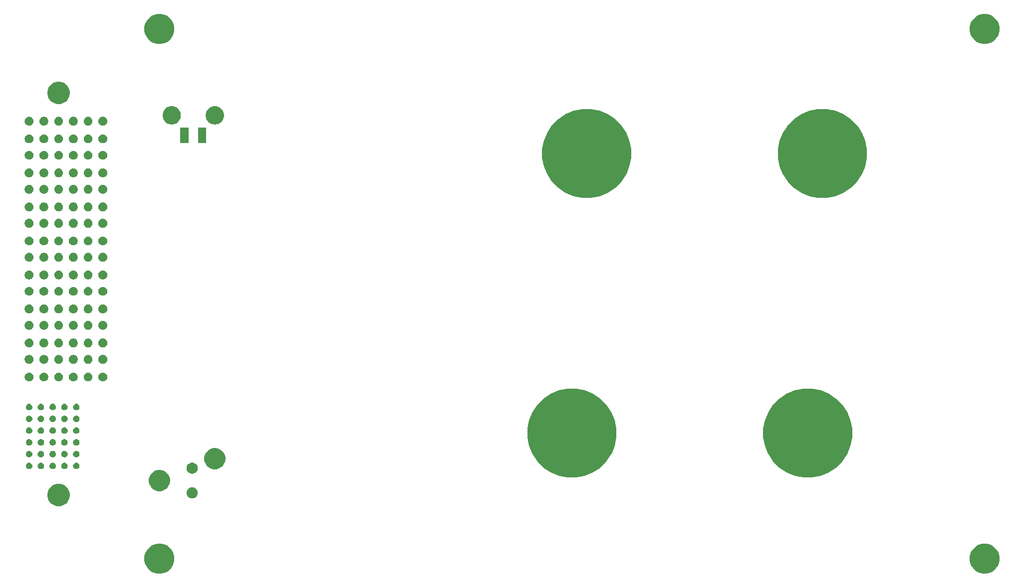
<source format=gbr>
G04 #@! TF.GenerationSoftware,KiCad,Pcbnew,(5.1.6)-1*
G04 #@! TF.CreationDate,2021-03-03T14:17:41+01:00*
G04 #@! TF.ProjectId,Busbar board,42757362-6172-4206-926f-6172642e6b69,rev?*
G04 #@! TF.SameCoordinates,PX4c4b360PY85843d4*
G04 #@! TF.FileFunction,Soldermask,Top*
G04 #@! TF.FilePolarity,Negative*
%FSLAX46Y46*%
G04 Gerber Fmt 4.6, Leading zero omitted, Abs format (unit mm)*
G04 Created by KiCad (PCBNEW (5.1.6)-1) date 2021-03-03 14:17:41*
%MOMM*%
%LPD*%
G01*
G04 APERTURE LIST*
%ADD10C,0.100000*%
G04 APERTURE END LIST*
D10*
G36*
X140744258Y2455227D02*
G01*
X141208510Y2262928D01*
X141208512Y2262927D01*
X141626328Y1983751D01*
X141981651Y1628428D01*
X142260827Y1210612D01*
X142260828Y1210610D01*
X142453127Y746358D01*
X142551160Y253513D01*
X142551160Y-248993D01*
X142453127Y-741838D01*
X142260828Y-1206090D01*
X142260827Y-1206092D01*
X141981651Y-1623908D01*
X141626328Y-1979231D01*
X141208512Y-2258407D01*
X141208511Y-2258408D01*
X141208510Y-2258408D01*
X140744258Y-2450707D01*
X140251413Y-2548740D01*
X139748907Y-2548740D01*
X139256062Y-2450707D01*
X138791810Y-2258408D01*
X138791809Y-2258408D01*
X138791808Y-2258407D01*
X138373992Y-1979231D01*
X138018669Y-1623908D01*
X137739493Y-1206092D01*
X137739492Y-1206090D01*
X137547193Y-741838D01*
X137449160Y-248993D01*
X137449160Y253513D01*
X137547193Y746358D01*
X137739492Y1210610D01*
X137739493Y1210612D01*
X138018669Y1628428D01*
X138373992Y1983751D01*
X138791808Y2262927D01*
X138791810Y2262928D01*
X139256062Y2455227D01*
X139748907Y2553260D01*
X140251413Y2553260D01*
X140744258Y2455227D01*
G37*
G36*
X744258Y2455227D02*
G01*
X1208510Y2262928D01*
X1208512Y2262927D01*
X1626328Y1983751D01*
X1981651Y1628428D01*
X2260827Y1210612D01*
X2260828Y1210610D01*
X2453127Y746358D01*
X2551160Y253513D01*
X2551160Y-248993D01*
X2453127Y-741838D01*
X2260828Y-1206090D01*
X2260827Y-1206092D01*
X1981651Y-1623908D01*
X1626328Y-1979231D01*
X1208512Y-2258407D01*
X1208511Y-2258408D01*
X1208510Y-2258408D01*
X744258Y-2450707D01*
X251413Y-2548740D01*
X-251093Y-2548740D01*
X-743938Y-2450707D01*
X-1208190Y-2258408D01*
X-1208191Y-2258408D01*
X-1208192Y-2258407D01*
X-1626008Y-1979231D01*
X-1981331Y-1623908D01*
X-2260507Y-1206092D01*
X-2260508Y-1206090D01*
X-2452807Y-741838D01*
X-2550840Y-248993D01*
X-2550840Y253513D01*
X-2452807Y746358D01*
X-2260508Y1210610D01*
X-2260507Y1210612D01*
X-1981331Y1628428D01*
X-1626008Y1983751D01*
X-1208192Y2262927D01*
X-1208190Y2262928D01*
X-743938Y2455227D01*
X-251093Y2553260D01*
X251413Y2553260D01*
X744258Y2455227D01*
G37*
G36*
X-16728974Y12701733D02*
G01*
X-16545339Y12665206D01*
X-16199379Y12521904D01*
X-15888023Y12313863D01*
X-15623237Y12049077D01*
X-15415196Y11737721D01*
X-15271894Y11391761D01*
X-15198840Y11024492D01*
X-15198840Y10650028D01*
X-15271894Y10282759D01*
X-15415196Y9936799D01*
X-15623237Y9625443D01*
X-15888023Y9360657D01*
X-16199379Y9152616D01*
X-16545339Y9009314D01*
X-16912607Y8936260D01*
X-17287073Y8936260D01*
X-17654341Y9009314D01*
X-18000301Y9152616D01*
X-18311657Y9360657D01*
X-18576443Y9625443D01*
X-18784484Y9936799D01*
X-18927786Y10282759D01*
X-19000840Y10650028D01*
X-19000840Y11024492D01*
X-18927786Y11391761D01*
X-18784484Y11737721D01*
X-18576443Y12049077D01*
X-18311657Y12313863D01*
X-18000301Y12521904D01*
X-17654341Y12665206D01*
X-17470706Y12701733D01*
X-17287073Y12738260D01*
X-16912607Y12738260D01*
X-16728974Y12701733D01*
G37*
G36*
X5827555Y12096714D02*
G01*
X6000626Y12025026D01*
X6000627Y12025025D01*
X6156387Y11920950D01*
X6288850Y11788487D01*
X6322772Y11737719D01*
X6392926Y11632726D01*
X6464614Y11459655D01*
X6501160Y11275927D01*
X6501160Y11088593D01*
X6464614Y10904865D01*
X6392926Y10731794D01*
X6392925Y10731793D01*
X6288850Y10576033D01*
X6156387Y10443570D01*
X6077978Y10391179D01*
X6000626Y10339494D01*
X5827555Y10267806D01*
X5643827Y10231260D01*
X5456493Y10231260D01*
X5272765Y10267806D01*
X5099694Y10339494D01*
X5022342Y10391179D01*
X4943933Y10443570D01*
X4811470Y10576033D01*
X4707395Y10731793D01*
X4707394Y10731794D01*
X4635706Y10904865D01*
X4599160Y11088593D01*
X4599160Y11275927D01*
X4635706Y11459655D01*
X4707394Y11632726D01*
X4777548Y11737719D01*
X4811470Y11788487D01*
X4943933Y11920950D01*
X5099693Y12025025D01*
X5099694Y12025026D01*
X5272765Y12096714D01*
X5456493Y12133260D01*
X5643827Y12133260D01*
X5827555Y12096714D01*
G37*
G36*
X525491Y15014049D02*
G01*
X853252Y14878286D01*
X1148230Y14681188D01*
X1399088Y14430330D01*
X1596186Y14135352D01*
X1731949Y13807591D01*
X1801160Y13459644D01*
X1801160Y13104876D01*
X1731949Y12756929D01*
X1596186Y12429168D01*
X1399088Y12134190D01*
X1148230Y11883332D01*
X853252Y11686234D01*
X525491Y11550471D01*
X177544Y11481260D01*
X-177224Y11481260D01*
X-525171Y11550471D01*
X-852932Y11686234D01*
X-1147910Y11883332D01*
X-1398768Y12134190D01*
X-1595866Y12429168D01*
X-1731629Y12756929D01*
X-1800840Y13104876D01*
X-1800840Y13459644D01*
X-1731629Y13807591D01*
X-1595866Y14135352D01*
X-1398768Y14430330D01*
X-1147910Y14681188D01*
X-852932Y14878286D01*
X-525171Y15014049D01*
X-177224Y15083260D01*
X177544Y15083260D01*
X525491Y15014049D01*
G37*
G36*
X72202704Y28593080D02*
G01*
X73576898Y28023870D01*
X73576900Y28023869D01*
X74813642Y27197505D01*
X75865405Y26145742D01*
X76691769Y24909000D01*
X76691770Y24908998D01*
X77260980Y23534804D01*
X77551160Y22075970D01*
X77551160Y20588550D01*
X77260980Y19129716D01*
X76723253Y17831529D01*
X76691769Y17755520D01*
X75865405Y16518778D01*
X74813642Y15467015D01*
X73576900Y14640651D01*
X73576899Y14640650D01*
X73576898Y14640650D01*
X72202704Y14071440D01*
X70743870Y13781260D01*
X69256450Y13781260D01*
X67797616Y14071440D01*
X66423422Y14640650D01*
X66423421Y14640650D01*
X66423420Y14640651D01*
X65186678Y15467015D01*
X64134915Y16518778D01*
X63308551Y17755520D01*
X63277067Y17831529D01*
X62739340Y19129716D01*
X62449160Y20588550D01*
X62449160Y22075970D01*
X62739340Y23534804D01*
X63308550Y24908998D01*
X63308551Y24909000D01*
X64134915Y26145742D01*
X65186678Y27197505D01*
X66423420Y28023869D01*
X66423422Y28023870D01*
X67797616Y28593080D01*
X69256450Y28883260D01*
X70743870Y28883260D01*
X72202704Y28593080D01*
G37*
G36*
X112202704Y28593080D02*
G01*
X113576898Y28023870D01*
X113576900Y28023869D01*
X114813642Y27197505D01*
X115865405Y26145742D01*
X116691769Y24909000D01*
X116691770Y24908998D01*
X117260980Y23534804D01*
X117551160Y22075970D01*
X117551160Y20588550D01*
X117260980Y19129716D01*
X116723253Y17831529D01*
X116691769Y17755520D01*
X115865405Y16518778D01*
X114813642Y15467015D01*
X113576900Y14640651D01*
X113576899Y14640650D01*
X113576898Y14640650D01*
X112202704Y14071440D01*
X110743870Y13781260D01*
X109256450Y13781260D01*
X107797616Y14071440D01*
X106423422Y14640650D01*
X106423421Y14640650D01*
X106423420Y14640651D01*
X105186678Y15467015D01*
X104134915Y16518778D01*
X103308551Y17755520D01*
X103277067Y17831529D01*
X102739340Y19129716D01*
X102449160Y20588550D01*
X102449160Y22075970D01*
X102739340Y23534804D01*
X103308550Y24908998D01*
X103308551Y24909000D01*
X104134915Y26145742D01*
X105186678Y27197505D01*
X106423420Y28023869D01*
X106423422Y28023870D01*
X107797616Y28593080D01*
X109256450Y28883260D01*
X110743870Y28883260D01*
X112202704Y28593080D01*
G37*
G36*
X5827555Y16296714D02*
G01*
X6000626Y16225026D01*
X6000627Y16225025D01*
X6156387Y16120950D01*
X6288850Y15988487D01*
X6288851Y15988485D01*
X6392926Y15832726D01*
X6464614Y15659655D01*
X6501160Y15475927D01*
X6501160Y15288593D01*
X6464614Y15104865D01*
X6392926Y14931794D01*
X6392925Y14931793D01*
X6288850Y14776033D01*
X6156387Y14643570D01*
X6077978Y14591179D01*
X6000626Y14539494D01*
X5827555Y14467806D01*
X5643827Y14431260D01*
X5456493Y14431260D01*
X5272765Y14467806D01*
X5099694Y14539494D01*
X5022342Y14591179D01*
X4943933Y14643570D01*
X4811470Y14776033D01*
X4707395Y14931793D01*
X4707394Y14931794D01*
X4635706Y15104865D01*
X4599160Y15288593D01*
X4599160Y15475927D01*
X4635706Y15659655D01*
X4707394Y15832726D01*
X4811469Y15988485D01*
X4811470Y15988487D01*
X4943933Y16120950D01*
X5099693Y16225025D01*
X5099694Y16225026D01*
X5272765Y16296714D01*
X5456493Y16333260D01*
X5643827Y16333260D01*
X5827555Y16296714D01*
G37*
G36*
X9925491Y18734049D02*
G01*
X10253252Y18598286D01*
X10548230Y18401188D01*
X10799088Y18150330D01*
X10996186Y17855352D01*
X11131949Y17527591D01*
X11201160Y17179644D01*
X11201160Y16824876D01*
X11131949Y16476929D01*
X10996186Y16149168D01*
X10799088Y15854190D01*
X10548230Y15603332D01*
X10253252Y15406234D01*
X9925491Y15270471D01*
X9577544Y15201260D01*
X9222776Y15201260D01*
X8874829Y15270471D01*
X8547068Y15406234D01*
X8252090Y15603332D01*
X8001232Y15854190D01*
X7804134Y16149168D01*
X7668371Y16476929D01*
X7599160Y16824876D01*
X7599160Y17179644D01*
X7668371Y17527591D01*
X7804134Y17855352D01*
X8001232Y18150330D01*
X8252090Y18401188D01*
X8547068Y18598286D01*
X8874829Y18734049D01*
X9222776Y18803260D01*
X9577544Y18803260D01*
X9925491Y18734049D01*
G37*
G36*
X-13939119Y16307086D02*
G01*
X-13838845Y16265551D01*
X-13838844Y16265550D01*
X-13748598Y16205250D01*
X-13671850Y16128502D01*
X-13671849Y16128500D01*
X-13611549Y16038255D01*
X-13570014Y15937981D01*
X-13548840Y15831530D01*
X-13548840Y15722990D01*
X-13570014Y15616539D01*
X-13611549Y15516265D01*
X-13611550Y15516264D01*
X-13671850Y15426018D01*
X-13748598Y15349270D01*
X-13794028Y15318915D01*
X-13838845Y15288969D01*
X-13939119Y15247434D01*
X-14045570Y15226260D01*
X-14154110Y15226260D01*
X-14260561Y15247434D01*
X-14360835Y15288969D01*
X-14405652Y15318915D01*
X-14451082Y15349270D01*
X-14527830Y15426018D01*
X-14588130Y15516264D01*
X-14588131Y15516265D01*
X-14629666Y15616539D01*
X-14650840Y15722990D01*
X-14650840Y15831530D01*
X-14629666Y15937981D01*
X-14588131Y16038255D01*
X-14527831Y16128500D01*
X-14527830Y16128502D01*
X-14451082Y16205250D01*
X-14360836Y16265550D01*
X-14360835Y16265551D01*
X-14260561Y16307086D01*
X-14154110Y16328260D01*
X-14045570Y16328260D01*
X-13939119Y16307086D01*
G37*
G36*
X-21939119Y16307086D02*
G01*
X-21838845Y16265551D01*
X-21838844Y16265550D01*
X-21748598Y16205250D01*
X-21671850Y16128502D01*
X-21671849Y16128500D01*
X-21611549Y16038255D01*
X-21570014Y15937981D01*
X-21548840Y15831530D01*
X-21548840Y15722990D01*
X-21570014Y15616539D01*
X-21611549Y15516265D01*
X-21611550Y15516264D01*
X-21671850Y15426018D01*
X-21748598Y15349270D01*
X-21794028Y15318915D01*
X-21838845Y15288969D01*
X-21939119Y15247434D01*
X-22045570Y15226260D01*
X-22154110Y15226260D01*
X-22260561Y15247434D01*
X-22360835Y15288969D01*
X-22405652Y15318915D01*
X-22451082Y15349270D01*
X-22527830Y15426018D01*
X-22588130Y15516264D01*
X-22588131Y15516265D01*
X-22629666Y15616539D01*
X-22650840Y15722990D01*
X-22650840Y15831530D01*
X-22629666Y15937981D01*
X-22588131Y16038255D01*
X-22527831Y16128500D01*
X-22527830Y16128502D01*
X-22451082Y16205250D01*
X-22360836Y16265550D01*
X-22360835Y16265551D01*
X-22260561Y16307086D01*
X-22154110Y16328260D01*
X-22045570Y16328260D01*
X-21939119Y16307086D01*
G37*
G36*
X-19939119Y16307086D02*
G01*
X-19838845Y16265551D01*
X-19838844Y16265550D01*
X-19748598Y16205250D01*
X-19671850Y16128502D01*
X-19671849Y16128500D01*
X-19611549Y16038255D01*
X-19570014Y15937981D01*
X-19548840Y15831530D01*
X-19548840Y15722990D01*
X-19570014Y15616539D01*
X-19611549Y15516265D01*
X-19611550Y15516264D01*
X-19671850Y15426018D01*
X-19748598Y15349270D01*
X-19794028Y15318915D01*
X-19838845Y15288969D01*
X-19939119Y15247434D01*
X-20045570Y15226260D01*
X-20154110Y15226260D01*
X-20260561Y15247434D01*
X-20360835Y15288969D01*
X-20405652Y15318915D01*
X-20451082Y15349270D01*
X-20527830Y15426018D01*
X-20588130Y15516264D01*
X-20588131Y15516265D01*
X-20629666Y15616539D01*
X-20650840Y15722990D01*
X-20650840Y15831530D01*
X-20629666Y15937981D01*
X-20588131Y16038255D01*
X-20527831Y16128500D01*
X-20527830Y16128502D01*
X-20451082Y16205250D01*
X-20360836Y16265550D01*
X-20360835Y16265551D01*
X-20260561Y16307086D01*
X-20154110Y16328260D01*
X-20045570Y16328260D01*
X-19939119Y16307086D01*
G37*
G36*
X-17939119Y16307086D02*
G01*
X-17838845Y16265551D01*
X-17838844Y16265550D01*
X-17748598Y16205250D01*
X-17671850Y16128502D01*
X-17671849Y16128500D01*
X-17611549Y16038255D01*
X-17570014Y15937981D01*
X-17548840Y15831530D01*
X-17548840Y15722990D01*
X-17570014Y15616539D01*
X-17611549Y15516265D01*
X-17611550Y15516264D01*
X-17671850Y15426018D01*
X-17748598Y15349270D01*
X-17794028Y15318915D01*
X-17838845Y15288969D01*
X-17939119Y15247434D01*
X-18045570Y15226260D01*
X-18154110Y15226260D01*
X-18260561Y15247434D01*
X-18360835Y15288969D01*
X-18405652Y15318915D01*
X-18451082Y15349270D01*
X-18527830Y15426018D01*
X-18588130Y15516264D01*
X-18588131Y15516265D01*
X-18629666Y15616539D01*
X-18650840Y15722990D01*
X-18650840Y15831530D01*
X-18629666Y15937981D01*
X-18588131Y16038255D01*
X-18527831Y16128500D01*
X-18527830Y16128502D01*
X-18451082Y16205250D01*
X-18360836Y16265550D01*
X-18360835Y16265551D01*
X-18260561Y16307086D01*
X-18154110Y16328260D01*
X-18045570Y16328260D01*
X-17939119Y16307086D01*
G37*
G36*
X-15939119Y16307086D02*
G01*
X-15838845Y16265551D01*
X-15838844Y16265550D01*
X-15748598Y16205250D01*
X-15671850Y16128502D01*
X-15671849Y16128500D01*
X-15611549Y16038255D01*
X-15570014Y15937981D01*
X-15548840Y15831530D01*
X-15548840Y15722990D01*
X-15570014Y15616539D01*
X-15611549Y15516265D01*
X-15611550Y15516264D01*
X-15671850Y15426018D01*
X-15748598Y15349270D01*
X-15794028Y15318915D01*
X-15838845Y15288969D01*
X-15939119Y15247434D01*
X-16045570Y15226260D01*
X-16154110Y15226260D01*
X-16260561Y15247434D01*
X-16360835Y15288969D01*
X-16405652Y15318915D01*
X-16451082Y15349270D01*
X-16527830Y15426018D01*
X-16588130Y15516264D01*
X-16588131Y15516265D01*
X-16629666Y15616539D01*
X-16650840Y15722990D01*
X-16650840Y15831530D01*
X-16629666Y15937981D01*
X-16588131Y16038255D01*
X-16527831Y16128500D01*
X-16527830Y16128502D01*
X-16451082Y16205250D01*
X-16360836Y16265550D01*
X-16360835Y16265551D01*
X-16260561Y16307086D01*
X-16154110Y16328260D01*
X-16045570Y16328260D01*
X-15939119Y16307086D01*
G37*
G36*
X-19939119Y18307086D02*
G01*
X-19838845Y18265551D01*
X-19838844Y18265550D01*
X-19748598Y18205250D01*
X-19671850Y18128502D01*
X-19671849Y18128500D01*
X-19611549Y18038255D01*
X-19570014Y17937981D01*
X-19548840Y17831530D01*
X-19548840Y17722990D01*
X-19570014Y17616539D01*
X-19611549Y17516265D01*
X-19611550Y17516264D01*
X-19671850Y17426018D01*
X-19748598Y17349270D01*
X-19794028Y17318915D01*
X-19838845Y17288969D01*
X-19939119Y17247434D01*
X-20045570Y17226260D01*
X-20154110Y17226260D01*
X-20260561Y17247434D01*
X-20360835Y17288969D01*
X-20405652Y17318915D01*
X-20451082Y17349270D01*
X-20527830Y17426018D01*
X-20588130Y17516264D01*
X-20588131Y17516265D01*
X-20629666Y17616539D01*
X-20650840Y17722990D01*
X-20650840Y17831530D01*
X-20629666Y17937981D01*
X-20588131Y18038255D01*
X-20527831Y18128500D01*
X-20527830Y18128502D01*
X-20451082Y18205250D01*
X-20360836Y18265550D01*
X-20360835Y18265551D01*
X-20260561Y18307086D01*
X-20154110Y18328260D01*
X-20045570Y18328260D01*
X-19939119Y18307086D01*
G37*
G36*
X-13939119Y18307086D02*
G01*
X-13838845Y18265551D01*
X-13838844Y18265550D01*
X-13748598Y18205250D01*
X-13671850Y18128502D01*
X-13671849Y18128500D01*
X-13611549Y18038255D01*
X-13570014Y17937981D01*
X-13548840Y17831530D01*
X-13548840Y17722990D01*
X-13570014Y17616539D01*
X-13611549Y17516265D01*
X-13611550Y17516264D01*
X-13671850Y17426018D01*
X-13748598Y17349270D01*
X-13794028Y17318915D01*
X-13838845Y17288969D01*
X-13939119Y17247434D01*
X-14045570Y17226260D01*
X-14154110Y17226260D01*
X-14260561Y17247434D01*
X-14360835Y17288969D01*
X-14405652Y17318915D01*
X-14451082Y17349270D01*
X-14527830Y17426018D01*
X-14588130Y17516264D01*
X-14588131Y17516265D01*
X-14629666Y17616539D01*
X-14650840Y17722990D01*
X-14650840Y17831530D01*
X-14629666Y17937981D01*
X-14588131Y18038255D01*
X-14527831Y18128500D01*
X-14527830Y18128502D01*
X-14451082Y18205250D01*
X-14360836Y18265550D01*
X-14360835Y18265551D01*
X-14260561Y18307086D01*
X-14154110Y18328260D01*
X-14045570Y18328260D01*
X-13939119Y18307086D01*
G37*
G36*
X-15939119Y18307086D02*
G01*
X-15838845Y18265551D01*
X-15838844Y18265550D01*
X-15748598Y18205250D01*
X-15671850Y18128502D01*
X-15671849Y18128500D01*
X-15611549Y18038255D01*
X-15570014Y17937981D01*
X-15548840Y17831530D01*
X-15548840Y17722990D01*
X-15570014Y17616539D01*
X-15611549Y17516265D01*
X-15611550Y17516264D01*
X-15671850Y17426018D01*
X-15748598Y17349270D01*
X-15794028Y17318915D01*
X-15838845Y17288969D01*
X-15939119Y17247434D01*
X-16045570Y17226260D01*
X-16154110Y17226260D01*
X-16260561Y17247434D01*
X-16360835Y17288969D01*
X-16405652Y17318915D01*
X-16451082Y17349270D01*
X-16527830Y17426018D01*
X-16588130Y17516264D01*
X-16588131Y17516265D01*
X-16629666Y17616539D01*
X-16650840Y17722990D01*
X-16650840Y17831530D01*
X-16629666Y17937981D01*
X-16588131Y18038255D01*
X-16527831Y18128500D01*
X-16527830Y18128502D01*
X-16451082Y18205250D01*
X-16360836Y18265550D01*
X-16360835Y18265551D01*
X-16260561Y18307086D01*
X-16154110Y18328260D01*
X-16045570Y18328260D01*
X-15939119Y18307086D01*
G37*
G36*
X-17939119Y18307086D02*
G01*
X-17838845Y18265551D01*
X-17838844Y18265550D01*
X-17748598Y18205250D01*
X-17671850Y18128502D01*
X-17671849Y18128500D01*
X-17611549Y18038255D01*
X-17570014Y17937981D01*
X-17548840Y17831530D01*
X-17548840Y17722990D01*
X-17570014Y17616539D01*
X-17611549Y17516265D01*
X-17611550Y17516264D01*
X-17671850Y17426018D01*
X-17748598Y17349270D01*
X-17794028Y17318915D01*
X-17838845Y17288969D01*
X-17939119Y17247434D01*
X-18045570Y17226260D01*
X-18154110Y17226260D01*
X-18260561Y17247434D01*
X-18360835Y17288969D01*
X-18405652Y17318915D01*
X-18451082Y17349270D01*
X-18527830Y17426018D01*
X-18588130Y17516264D01*
X-18588131Y17516265D01*
X-18629666Y17616539D01*
X-18650840Y17722990D01*
X-18650840Y17831530D01*
X-18629666Y17937981D01*
X-18588131Y18038255D01*
X-18527831Y18128500D01*
X-18527830Y18128502D01*
X-18451082Y18205250D01*
X-18360836Y18265550D01*
X-18360835Y18265551D01*
X-18260561Y18307086D01*
X-18154110Y18328260D01*
X-18045570Y18328260D01*
X-17939119Y18307086D01*
G37*
G36*
X-21939119Y18307086D02*
G01*
X-21838845Y18265551D01*
X-21838844Y18265550D01*
X-21748598Y18205250D01*
X-21671850Y18128502D01*
X-21671849Y18128500D01*
X-21611549Y18038255D01*
X-21570014Y17937981D01*
X-21548840Y17831530D01*
X-21548840Y17722990D01*
X-21570014Y17616539D01*
X-21611549Y17516265D01*
X-21611550Y17516264D01*
X-21671850Y17426018D01*
X-21748598Y17349270D01*
X-21794028Y17318915D01*
X-21838845Y17288969D01*
X-21939119Y17247434D01*
X-22045570Y17226260D01*
X-22154110Y17226260D01*
X-22260561Y17247434D01*
X-22360835Y17288969D01*
X-22405652Y17318915D01*
X-22451082Y17349270D01*
X-22527830Y17426018D01*
X-22588130Y17516264D01*
X-22588131Y17516265D01*
X-22629666Y17616539D01*
X-22650840Y17722990D01*
X-22650840Y17831530D01*
X-22629666Y17937981D01*
X-22588131Y18038255D01*
X-22527831Y18128500D01*
X-22527830Y18128502D01*
X-22451082Y18205250D01*
X-22360836Y18265550D01*
X-22360835Y18265551D01*
X-22260561Y18307086D01*
X-22154110Y18328260D01*
X-22045570Y18328260D01*
X-21939119Y18307086D01*
G37*
G36*
X-15939119Y20307086D02*
G01*
X-15838845Y20265551D01*
X-15838844Y20265550D01*
X-15748598Y20205250D01*
X-15671850Y20128502D01*
X-15671849Y20128500D01*
X-15611549Y20038255D01*
X-15570014Y19937981D01*
X-15548840Y19831530D01*
X-15548840Y19722990D01*
X-15570014Y19616539D01*
X-15611549Y19516265D01*
X-15611550Y19516264D01*
X-15671850Y19426018D01*
X-15748598Y19349270D01*
X-15794028Y19318915D01*
X-15838845Y19288969D01*
X-15939119Y19247434D01*
X-16045570Y19226260D01*
X-16154110Y19226260D01*
X-16260561Y19247434D01*
X-16360835Y19288969D01*
X-16405652Y19318915D01*
X-16451082Y19349270D01*
X-16527830Y19426018D01*
X-16588130Y19516264D01*
X-16588131Y19516265D01*
X-16629666Y19616539D01*
X-16650840Y19722990D01*
X-16650840Y19831530D01*
X-16629666Y19937981D01*
X-16588131Y20038255D01*
X-16527831Y20128500D01*
X-16527830Y20128502D01*
X-16451082Y20205250D01*
X-16360836Y20265550D01*
X-16360835Y20265551D01*
X-16260561Y20307086D01*
X-16154110Y20328260D01*
X-16045570Y20328260D01*
X-15939119Y20307086D01*
G37*
G36*
X-21939119Y20307086D02*
G01*
X-21838845Y20265551D01*
X-21838844Y20265550D01*
X-21748598Y20205250D01*
X-21671850Y20128502D01*
X-21671849Y20128500D01*
X-21611549Y20038255D01*
X-21570014Y19937981D01*
X-21548840Y19831530D01*
X-21548840Y19722990D01*
X-21570014Y19616539D01*
X-21611549Y19516265D01*
X-21611550Y19516264D01*
X-21671850Y19426018D01*
X-21748598Y19349270D01*
X-21794028Y19318915D01*
X-21838845Y19288969D01*
X-21939119Y19247434D01*
X-22045570Y19226260D01*
X-22154110Y19226260D01*
X-22260561Y19247434D01*
X-22360835Y19288969D01*
X-22405652Y19318915D01*
X-22451082Y19349270D01*
X-22527830Y19426018D01*
X-22588130Y19516264D01*
X-22588131Y19516265D01*
X-22629666Y19616539D01*
X-22650840Y19722990D01*
X-22650840Y19831530D01*
X-22629666Y19937981D01*
X-22588131Y20038255D01*
X-22527831Y20128500D01*
X-22527830Y20128502D01*
X-22451082Y20205250D01*
X-22360836Y20265550D01*
X-22360835Y20265551D01*
X-22260561Y20307086D01*
X-22154110Y20328260D01*
X-22045570Y20328260D01*
X-21939119Y20307086D01*
G37*
G36*
X-19939119Y20307086D02*
G01*
X-19838845Y20265551D01*
X-19838844Y20265550D01*
X-19748598Y20205250D01*
X-19671850Y20128502D01*
X-19671849Y20128500D01*
X-19611549Y20038255D01*
X-19570014Y19937981D01*
X-19548840Y19831530D01*
X-19548840Y19722990D01*
X-19570014Y19616539D01*
X-19611549Y19516265D01*
X-19611550Y19516264D01*
X-19671850Y19426018D01*
X-19748598Y19349270D01*
X-19794028Y19318915D01*
X-19838845Y19288969D01*
X-19939119Y19247434D01*
X-20045570Y19226260D01*
X-20154110Y19226260D01*
X-20260561Y19247434D01*
X-20360835Y19288969D01*
X-20405652Y19318915D01*
X-20451082Y19349270D01*
X-20527830Y19426018D01*
X-20588130Y19516264D01*
X-20588131Y19516265D01*
X-20629666Y19616539D01*
X-20650840Y19722990D01*
X-20650840Y19831530D01*
X-20629666Y19937981D01*
X-20588131Y20038255D01*
X-20527831Y20128500D01*
X-20527830Y20128502D01*
X-20451082Y20205250D01*
X-20360836Y20265550D01*
X-20360835Y20265551D01*
X-20260561Y20307086D01*
X-20154110Y20328260D01*
X-20045570Y20328260D01*
X-19939119Y20307086D01*
G37*
G36*
X-13939119Y20307086D02*
G01*
X-13838845Y20265551D01*
X-13838844Y20265550D01*
X-13748598Y20205250D01*
X-13671850Y20128502D01*
X-13671849Y20128500D01*
X-13611549Y20038255D01*
X-13570014Y19937981D01*
X-13548840Y19831530D01*
X-13548840Y19722990D01*
X-13570014Y19616539D01*
X-13611549Y19516265D01*
X-13611550Y19516264D01*
X-13671850Y19426018D01*
X-13748598Y19349270D01*
X-13794028Y19318915D01*
X-13838845Y19288969D01*
X-13939119Y19247434D01*
X-14045570Y19226260D01*
X-14154110Y19226260D01*
X-14260561Y19247434D01*
X-14360835Y19288969D01*
X-14405652Y19318915D01*
X-14451082Y19349270D01*
X-14527830Y19426018D01*
X-14588130Y19516264D01*
X-14588131Y19516265D01*
X-14629666Y19616539D01*
X-14650840Y19722990D01*
X-14650840Y19831530D01*
X-14629666Y19937981D01*
X-14588131Y20038255D01*
X-14527831Y20128500D01*
X-14527830Y20128502D01*
X-14451082Y20205250D01*
X-14360836Y20265550D01*
X-14360835Y20265551D01*
X-14260561Y20307086D01*
X-14154110Y20328260D01*
X-14045570Y20328260D01*
X-13939119Y20307086D01*
G37*
G36*
X-17939119Y20307086D02*
G01*
X-17838845Y20265551D01*
X-17838844Y20265550D01*
X-17748598Y20205250D01*
X-17671850Y20128502D01*
X-17671849Y20128500D01*
X-17611549Y20038255D01*
X-17570014Y19937981D01*
X-17548840Y19831530D01*
X-17548840Y19722990D01*
X-17570014Y19616539D01*
X-17611549Y19516265D01*
X-17611550Y19516264D01*
X-17671850Y19426018D01*
X-17748598Y19349270D01*
X-17794028Y19318915D01*
X-17838845Y19288969D01*
X-17939119Y19247434D01*
X-18045570Y19226260D01*
X-18154110Y19226260D01*
X-18260561Y19247434D01*
X-18360835Y19288969D01*
X-18405652Y19318915D01*
X-18451082Y19349270D01*
X-18527830Y19426018D01*
X-18588130Y19516264D01*
X-18588131Y19516265D01*
X-18629666Y19616539D01*
X-18650840Y19722990D01*
X-18650840Y19831530D01*
X-18629666Y19937981D01*
X-18588131Y20038255D01*
X-18527831Y20128500D01*
X-18527830Y20128502D01*
X-18451082Y20205250D01*
X-18360836Y20265550D01*
X-18360835Y20265551D01*
X-18260561Y20307086D01*
X-18154110Y20328260D01*
X-18045570Y20328260D01*
X-17939119Y20307086D01*
G37*
G36*
X-19939119Y22307086D02*
G01*
X-19838845Y22265551D01*
X-19838844Y22265550D01*
X-19748598Y22205250D01*
X-19671850Y22128502D01*
X-19671849Y22128500D01*
X-19611549Y22038255D01*
X-19570014Y21937981D01*
X-19548840Y21831530D01*
X-19548840Y21722990D01*
X-19570014Y21616539D01*
X-19611549Y21516265D01*
X-19611550Y21516264D01*
X-19671850Y21426018D01*
X-19748598Y21349270D01*
X-19794028Y21318915D01*
X-19838845Y21288969D01*
X-19939119Y21247434D01*
X-20045570Y21226260D01*
X-20154110Y21226260D01*
X-20260561Y21247434D01*
X-20360835Y21288969D01*
X-20405652Y21318915D01*
X-20451082Y21349270D01*
X-20527830Y21426018D01*
X-20588130Y21516264D01*
X-20588131Y21516265D01*
X-20629666Y21616539D01*
X-20650840Y21722990D01*
X-20650840Y21831530D01*
X-20629666Y21937981D01*
X-20588131Y22038255D01*
X-20527831Y22128500D01*
X-20527830Y22128502D01*
X-20451082Y22205250D01*
X-20360836Y22265550D01*
X-20360835Y22265551D01*
X-20260561Y22307086D01*
X-20154110Y22328260D01*
X-20045570Y22328260D01*
X-19939119Y22307086D01*
G37*
G36*
X-21939119Y22307086D02*
G01*
X-21838845Y22265551D01*
X-21838844Y22265550D01*
X-21748598Y22205250D01*
X-21671850Y22128502D01*
X-21671849Y22128500D01*
X-21611549Y22038255D01*
X-21570014Y21937981D01*
X-21548840Y21831530D01*
X-21548840Y21722990D01*
X-21570014Y21616539D01*
X-21611549Y21516265D01*
X-21611550Y21516264D01*
X-21671850Y21426018D01*
X-21748598Y21349270D01*
X-21794028Y21318915D01*
X-21838845Y21288969D01*
X-21939119Y21247434D01*
X-22045570Y21226260D01*
X-22154110Y21226260D01*
X-22260561Y21247434D01*
X-22360835Y21288969D01*
X-22405652Y21318915D01*
X-22451082Y21349270D01*
X-22527830Y21426018D01*
X-22588130Y21516264D01*
X-22588131Y21516265D01*
X-22629666Y21616539D01*
X-22650840Y21722990D01*
X-22650840Y21831530D01*
X-22629666Y21937981D01*
X-22588131Y22038255D01*
X-22527831Y22128500D01*
X-22527830Y22128502D01*
X-22451082Y22205250D01*
X-22360836Y22265550D01*
X-22360835Y22265551D01*
X-22260561Y22307086D01*
X-22154110Y22328260D01*
X-22045570Y22328260D01*
X-21939119Y22307086D01*
G37*
G36*
X-17939119Y22307086D02*
G01*
X-17838845Y22265551D01*
X-17838844Y22265550D01*
X-17748598Y22205250D01*
X-17671850Y22128502D01*
X-17671849Y22128500D01*
X-17611549Y22038255D01*
X-17570014Y21937981D01*
X-17548840Y21831530D01*
X-17548840Y21722990D01*
X-17570014Y21616539D01*
X-17611549Y21516265D01*
X-17611550Y21516264D01*
X-17671850Y21426018D01*
X-17748598Y21349270D01*
X-17794028Y21318915D01*
X-17838845Y21288969D01*
X-17939119Y21247434D01*
X-18045570Y21226260D01*
X-18154110Y21226260D01*
X-18260561Y21247434D01*
X-18360835Y21288969D01*
X-18405652Y21318915D01*
X-18451082Y21349270D01*
X-18527830Y21426018D01*
X-18588130Y21516264D01*
X-18588131Y21516265D01*
X-18629666Y21616539D01*
X-18650840Y21722990D01*
X-18650840Y21831530D01*
X-18629666Y21937981D01*
X-18588131Y22038255D01*
X-18527831Y22128500D01*
X-18527830Y22128502D01*
X-18451082Y22205250D01*
X-18360836Y22265550D01*
X-18360835Y22265551D01*
X-18260561Y22307086D01*
X-18154110Y22328260D01*
X-18045570Y22328260D01*
X-17939119Y22307086D01*
G37*
G36*
X-15939119Y22307086D02*
G01*
X-15838845Y22265551D01*
X-15838844Y22265550D01*
X-15748598Y22205250D01*
X-15671850Y22128502D01*
X-15671849Y22128500D01*
X-15611549Y22038255D01*
X-15570014Y21937981D01*
X-15548840Y21831530D01*
X-15548840Y21722990D01*
X-15570014Y21616539D01*
X-15611549Y21516265D01*
X-15611550Y21516264D01*
X-15671850Y21426018D01*
X-15748598Y21349270D01*
X-15794028Y21318915D01*
X-15838845Y21288969D01*
X-15939119Y21247434D01*
X-16045570Y21226260D01*
X-16154110Y21226260D01*
X-16260561Y21247434D01*
X-16360835Y21288969D01*
X-16405652Y21318915D01*
X-16451082Y21349270D01*
X-16527830Y21426018D01*
X-16588130Y21516264D01*
X-16588131Y21516265D01*
X-16629666Y21616539D01*
X-16650840Y21722990D01*
X-16650840Y21831530D01*
X-16629666Y21937981D01*
X-16588131Y22038255D01*
X-16527831Y22128500D01*
X-16527830Y22128502D01*
X-16451082Y22205250D01*
X-16360836Y22265550D01*
X-16360835Y22265551D01*
X-16260561Y22307086D01*
X-16154110Y22328260D01*
X-16045570Y22328260D01*
X-15939119Y22307086D01*
G37*
G36*
X-13939119Y22307086D02*
G01*
X-13838845Y22265551D01*
X-13838844Y22265550D01*
X-13748598Y22205250D01*
X-13671850Y22128502D01*
X-13671849Y22128500D01*
X-13611549Y22038255D01*
X-13570014Y21937981D01*
X-13548840Y21831530D01*
X-13548840Y21722990D01*
X-13570014Y21616539D01*
X-13611549Y21516265D01*
X-13611550Y21516264D01*
X-13671850Y21426018D01*
X-13748598Y21349270D01*
X-13794028Y21318915D01*
X-13838845Y21288969D01*
X-13939119Y21247434D01*
X-14045570Y21226260D01*
X-14154110Y21226260D01*
X-14260561Y21247434D01*
X-14360835Y21288969D01*
X-14405652Y21318915D01*
X-14451082Y21349270D01*
X-14527830Y21426018D01*
X-14588130Y21516264D01*
X-14588131Y21516265D01*
X-14629666Y21616539D01*
X-14650840Y21722990D01*
X-14650840Y21831530D01*
X-14629666Y21937981D01*
X-14588131Y22038255D01*
X-14527831Y22128500D01*
X-14527830Y22128502D01*
X-14451082Y22205250D01*
X-14360836Y22265550D01*
X-14360835Y22265551D01*
X-14260561Y22307086D01*
X-14154110Y22328260D01*
X-14045570Y22328260D01*
X-13939119Y22307086D01*
G37*
G36*
X-13939119Y24307086D02*
G01*
X-13838845Y24265551D01*
X-13838844Y24265550D01*
X-13748598Y24205250D01*
X-13671850Y24128502D01*
X-13671849Y24128500D01*
X-13611549Y24038255D01*
X-13570014Y23937981D01*
X-13548840Y23831530D01*
X-13548840Y23722990D01*
X-13570014Y23616539D01*
X-13611549Y23516265D01*
X-13611550Y23516264D01*
X-13671850Y23426018D01*
X-13748598Y23349270D01*
X-13794028Y23318915D01*
X-13838845Y23288969D01*
X-13939119Y23247434D01*
X-14045570Y23226260D01*
X-14154110Y23226260D01*
X-14260561Y23247434D01*
X-14360835Y23288969D01*
X-14405652Y23318915D01*
X-14451082Y23349270D01*
X-14527830Y23426018D01*
X-14588130Y23516264D01*
X-14588131Y23516265D01*
X-14629666Y23616539D01*
X-14650840Y23722990D01*
X-14650840Y23831530D01*
X-14629666Y23937981D01*
X-14588131Y24038255D01*
X-14527831Y24128500D01*
X-14527830Y24128502D01*
X-14451082Y24205250D01*
X-14360836Y24265550D01*
X-14360835Y24265551D01*
X-14260561Y24307086D01*
X-14154110Y24328260D01*
X-14045570Y24328260D01*
X-13939119Y24307086D01*
G37*
G36*
X-15939119Y24307086D02*
G01*
X-15838845Y24265551D01*
X-15838844Y24265550D01*
X-15748598Y24205250D01*
X-15671850Y24128502D01*
X-15671849Y24128500D01*
X-15611549Y24038255D01*
X-15570014Y23937981D01*
X-15548840Y23831530D01*
X-15548840Y23722990D01*
X-15570014Y23616539D01*
X-15611549Y23516265D01*
X-15611550Y23516264D01*
X-15671850Y23426018D01*
X-15748598Y23349270D01*
X-15794028Y23318915D01*
X-15838845Y23288969D01*
X-15939119Y23247434D01*
X-16045570Y23226260D01*
X-16154110Y23226260D01*
X-16260561Y23247434D01*
X-16360835Y23288969D01*
X-16405652Y23318915D01*
X-16451082Y23349270D01*
X-16527830Y23426018D01*
X-16588130Y23516264D01*
X-16588131Y23516265D01*
X-16629666Y23616539D01*
X-16650840Y23722990D01*
X-16650840Y23831530D01*
X-16629666Y23937981D01*
X-16588131Y24038255D01*
X-16527831Y24128500D01*
X-16527830Y24128502D01*
X-16451082Y24205250D01*
X-16360836Y24265550D01*
X-16360835Y24265551D01*
X-16260561Y24307086D01*
X-16154110Y24328260D01*
X-16045570Y24328260D01*
X-15939119Y24307086D01*
G37*
G36*
X-17939119Y24307086D02*
G01*
X-17838845Y24265551D01*
X-17838844Y24265550D01*
X-17748598Y24205250D01*
X-17671850Y24128502D01*
X-17671849Y24128500D01*
X-17611549Y24038255D01*
X-17570014Y23937981D01*
X-17548840Y23831530D01*
X-17548840Y23722990D01*
X-17570014Y23616539D01*
X-17611549Y23516265D01*
X-17611550Y23516264D01*
X-17671850Y23426018D01*
X-17748598Y23349270D01*
X-17794028Y23318915D01*
X-17838845Y23288969D01*
X-17939119Y23247434D01*
X-18045570Y23226260D01*
X-18154110Y23226260D01*
X-18260561Y23247434D01*
X-18360835Y23288969D01*
X-18405652Y23318915D01*
X-18451082Y23349270D01*
X-18527830Y23426018D01*
X-18588130Y23516264D01*
X-18588131Y23516265D01*
X-18629666Y23616539D01*
X-18650840Y23722990D01*
X-18650840Y23831530D01*
X-18629666Y23937981D01*
X-18588131Y24038255D01*
X-18527831Y24128500D01*
X-18527830Y24128502D01*
X-18451082Y24205250D01*
X-18360836Y24265550D01*
X-18360835Y24265551D01*
X-18260561Y24307086D01*
X-18154110Y24328260D01*
X-18045570Y24328260D01*
X-17939119Y24307086D01*
G37*
G36*
X-19939119Y24307086D02*
G01*
X-19838845Y24265551D01*
X-19838844Y24265550D01*
X-19748598Y24205250D01*
X-19671850Y24128502D01*
X-19671849Y24128500D01*
X-19611549Y24038255D01*
X-19570014Y23937981D01*
X-19548840Y23831530D01*
X-19548840Y23722990D01*
X-19570014Y23616539D01*
X-19611549Y23516265D01*
X-19611550Y23516264D01*
X-19671850Y23426018D01*
X-19748598Y23349270D01*
X-19794028Y23318915D01*
X-19838845Y23288969D01*
X-19939119Y23247434D01*
X-20045570Y23226260D01*
X-20154110Y23226260D01*
X-20260561Y23247434D01*
X-20360835Y23288969D01*
X-20405652Y23318915D01*
X-20451082Y23349270D01*
X-20527830Y23426018D01*
X-20588130Y23516264D01*
X-20588131Y23516265D01*
X-20629666Y23616539D01*
X-20650840Y23722990D01*
X-20650840Y23831530D01*
X-20629666Y23937981D01*
X-20588131Y24038255D01*
X-20527831Y24128500D01*
X-20527830Y24128502D01*
X-20451082Y24205250D01*
X-20360836Y24265550D01*
X-20360835Y24265551D01*
X-20260561Y24307086D01*
X-20154110Y24328260D01*
X-20045570Y24328260D01*
X-19939119Y24307086D01*
G37*
G36*
X-21939119Y24307086D02*
G01*
X-21838845Y24265551D01*
X-21838844Y24265550D01*
X-21748598Y24205250D01*
X-21671850Y24128502D01*
X-21671849Y24128500D01*
X-21611549Y24038255D01*
X-21570014Y23937981D01*
X-21548840Y23831530D01*
X-21548840Y23722990D01*
X-21570014Y23616539D01*
X-21611549Y23516265D01*
X-21611550Y23516264D01*
X-21671850Y23426018D01*
X-21748598Y23349270D01*
X-21794028Y23318915D01*
X-21838845Y23288969D01*
X-21939119Y23247434D01*
X-22045570Y23226260D01*
X-22154110Y23226260D01*
X-22260561Y23247434D01*
X-22360835Y23288969D01*
X-22405652Y23318915D01*
X-22451082Y23349270D01*
X-22527830Y23426018D01*
X-22588130Y23516264D01*
X-22588131Y23516265D01*
X-22629666Y23616539D01*
X-22650840Y23722990D01*
X-22650840Y23831530D01*
X-22629666Y23937981D01*
X-22588131Y24038255D01*
X-22527831Y24128500D01*
X-22527830Y24128502D01*
X-22451082Y24205250D01*
X-22360836Y24265550D01*
X-22360835Y24265551D01*
X-22260561Y24307086D01*
X-22154110Y24328260D01*
X-22045570Y24328260D01*
X-21939119Y24307086D01*
G37*
G36*
X-19939119Y26307086D02*
G01*
X-19838845Y26265551D01*
X-19838844Y26265550D01*
X-19748598Y26205250D01*
X-19671850Y26128502D01*
X-19671849Y26128500D01*
X-19611549Y26038255D01*
X-19570014Y25937981D01*
X-19548840Y25831530D01*
X-19548840Y25722990D01*
X-19570014Y25616539D01*
X-19611549Y25516265D01*
X-19611550Y25516264D01*
X-19671850Y25426018D01*
X-19748598Y25349270D01*
X-19794028Y25318915D01*
X-19838845Y25288969D01*
X-19939119Y25247434D01*
X-20045570Y25226260D01*
X-20154110Y25226260D01*
X-20260561Y25247434D01*
X-20360835Y25288969D01*
X-20405652Y25318915D01*
X-20451082Y25349270D01*
X-20527830Y25426018D01*
X-20588130Y25516264D01*
X-20588131Y25516265D01*
X-20629666Y25616539D01*
X-20650840Y25722990D01*
X-20650840Y25831530D01*
X-20629666Y25937981D01*
X-20588131Y26038255D01*
X-20527831Y26128500D01*
X-20527830Y26128502D01*
X-20451082Y26205250D01*
X-20360836Y26265550D01*
X-20360835Y26265551D01*
X-20260561Y26307086D01*
X-20154110Y26328260D01*
X-20045570Y26328260D01*
X-19939119Y26307086D01*
G37*
G36*
X-13939119Y26307086D02*
G01*
X-13838845Y26265551D01*
X-13838844Y26265550D01*
X-13748598Y26205250D01*
X-13671850Y26128502D01*
X-13671849Y26128500D01*
X-13611549Y26038255D01*
X-13570014Y25937981D01*
X-13548840Y25831530D01*
X-13548840Y25722990D01*
X-13570014Y25616539D01*
X-13611549Y25516265D01*
X-13611550Y25516264D01*
X-13671850Y25426018D01*
X-13748598Y25349270D01*
X-13794028Y25318915D01*
X-13838845Y25288969D01*
X-13939119Y25247434D01*
X-14045570Y25226260D01*
X-14154110Y25226260D01*
X-14260561Y25247434D01*
X-14360835Y25288969D01*
X-14405652Y25318915D01*
X-14451082Y25349270D01*
X-14527830Y25426018D01*
X-14588130Y25516264D01*
X-14588131Y25516265D01*
X-14629666Y25616539D01*
X-14650840Y25722990D01*
X-14650840Y25831530D01*
X-14629666Y25937981D01*
X-14588131Y26038255D01*
X-14527831Y26128500D01*
X-14527830Y26128502D01*
X-14451082Y26205250D01*
X-14360836Y26265550D01*
X-14360835Y26265551D01*
X-14260561Y26307086D01*
X-14154110Y26328260D01*
X-14045570Y26328260D01*
X-13939119Y26307086D01*
G37*
G36*
X-17939119Y26307086D02*
G01*
X-17838845Y26265551D01*
X-17838844Y26265550D01*
X-17748598Y26205250D01*
X-17671850Y26128502D01*
X-17671849Y26128500D01*
X-17611549Y26038255D01*
X-17570014Y25937981D01*
X-17548840Y25831530D01*
X-17548840Y25722990D01*
X-17570014Y25616539D01*
X-17611549Y25516265D01*
X-17611550Y25516264D01*
X-17671850Y25426018D01*
X-17748598Y25349270D01*
X-17794028Y25318915D01*
X-17838845Y25288969D01*
X-17939119Y25247434D01*
X-18045570Y25226260D01*
X-18154110Y25226260D01*
X-18260561Y25247434D01*
X-18360835Y25288969D01*
X-18405652Y25318915D01*
X-18451082Y25349270D01*
X-18527830Y25426018D01*
X-18588130Y25516264D01*
X-18588131Y25516265D01*
X-18629666Y25616539D01*
X-18650840Y25722990D01*
X-18650840Y25831530D01*
X-18629666Y25937981D01*
X-18588131Y26038255D01*
X-18527831Y26128500D01*
X-18527830Y26128502D01*
X-18451082Y26205250D01*
X-18360836Y26265550D01*
X-18360835Y26265551D01*
X-18260561Y26307086D01*
X-18154110Y26328260D01*
X-18045570Y26328260D01*
X-17939119Y26307086D01*
G37*
G36*
X-15939119Y26307086D02*
G01*
X-15838845Y26265551D01*
X-15838844Y26265550D01*
X-15748598Y26205250D01*
X-15671850Y26128502D01*
X-15671849Y26128500D01*
X-15611549Y26038255D01*
X-15570014Y25937981D01*
X-15548840Y25831530D01*
X-15548840Y25722990D01*
X-15570014Y25616539D01*
X-15611549Y25516265D01*
X-15611550Y25516264D01*
X-15671850Y25426018D01*
X-15748598Y25349270D01*
X-15794028Y25318915D01*
X-15838845Y25288969D01*
X-15939119Y25247434D01*
X-16045570Y25226260D01*
X-16154110Y25226260D01*
X-16260561Y25247434D01*
X-16360835Y25288969D01*
X-16405652Y25318915D01*
X-16451082Y25349270D01*
X-16527830Y25426018D01*
X-16588130Y25516264D01*
X-16588131Y25516265D01*
X-16629666Y25616539D01*
X-16650840Y25722990D01*
X-16650840Y25831530D01*
X-16629666Y25937981D01*
X-16588131Y26038255D01*
X-16527831Y26128500D01*
X-16527830Y26128502D01*
X-16451082Y26205250D01*
X-16360836Y26265550D01*
X-16360835Y26265551D01*
X-16260561Y26307086D01*
X-16154110Y26328260D01*
X-16045570Y26328260D01*
X-15939119Y26307086D01*
G37*
G36*
X-21939119Y26307086D02*
G01*
X-21838845Y26265551D01*
X-21838844Y26265550D01*
X-21748598Y26205250D01*
X-21671850Y26128502D01*
X-21671849Y26128500D01*
X-21611549Y26038255D01*
X-21570014Y25937981D01*
X-21548840Y25831530D01*
X-21548840Y25722990D01*
X-21570014Y25616539D01*
X-21611549Y25516265D01*
X-21611550Y25516264D01*
X-21671850Y25426018D01*
X-21748598Y25349270D01*
X-21794028Y25318915D01*
X-21838845Y25288969D01*
X-21939119Y25247434D01*
X-22045570Y25226260D01*
X-22154110Y25226260D01*
X-22260561Y25247434D01*
X-22360835Y25288969D01*
X-22405652Y25318915D01*
X-22451082Y25349270D01*
X-22527830Y25426018D01*
X-22588130Y25516264D01*
X-22588131Y25516265D01*
X-22629666Y25616539D01*
X-22650840Y25722990D01*
X-22650840Y25831530D01*
X-22629666Y25937981D01*
X-22588131Y26038255D01*
X-22527831Y26128500D01*
X-22527830Y26128502D01*
X-22451082Y26205250D01*
X-22360836Y26265550D01*
X-22360835Y26265551D01*
X-22260561Y26307086D01*
X-22154110Y26328260D01*
X-22045570Y26328260D01*
X-21939119Y26307086D01*
G37*
G36*
X-21880781Y31599400D02*
G01*
X-21744108Y31542788D01*
X-21621105Y31460600D01*
X-21516500Y31355995D01*
X-21434312Y31232992D01*
X-21377700Y31096319D01*
X-21348840Y30951227D01*
X-21348840Y30803293D01*
X-21377700Y30658201D01*
X-21434312Y30521528D01*
X-21516500Y30398525D01*
X-21621105Y30293920D01*
X-21744108Y30211732D01*
X-21744109Y30211731D01*
X-21744110Y30211731D01*
X-21880781Y30155120D01*
X-22025872Y30126260D01*
X-22173808Y30126260D01*
X-22318899Y30155120D01*
X-22455570Y30211731D01*
X-22455571Y30211731D01*
X-22455572Y30211732D01*
X-22578575Y30293920D01*
X-22683180Y30398525D01*
X-22765368Y30521528D01*
X-22821980Y30658201D01*
X-22850840Y30803293D01*
X-22850840Y30951227D01*
X-22821980Y31096319D01*
X-22765368Y31232992D01*
X-22683180Y31355995D01*
X-22578575Y31460600D01*
X-22455572Y31542788D01*
X-22318899Y31599400D01*
X-22173808Y31628260D01*
X-22025872Y31628260D01*
X-21880781Y31599400D01*
G37*
G36*
X-9380781Y31599400D02*
G01*
X-9244108Y31542788D01*
X-9121105Y31460600D01*
X-9016500Y31355995D01*
X-8934312Y31232992D01*
X-8877700Y31096319D01*
X-8848840Y30951227D01*
X-8848840Y30803293D01*
X-8877700Y30658201D01*
X-8934312Y30521528D01*
X-9016500Y30398525D01*
X-9121105Y30293920D01*
X-9244108Y30211732D01*
X-9244109Y30211731D01*
X-9244110Y30211731D01*
X-9380781Y30155120D01*
X-9525872Y30126260D01*
X-9673808Y30126260D01*
X-9818899Y30155120D01*
X-9955570Y30211731D01*
X-9955571Y30211731D01*
X-9955572Y30211732D01*
X-10078575Y30293920D01*
X-10183180Y30398525D01*
X-10265368Y30521528D01*
X-10321980Y30658201D01*
X-10350840Y30803293D01*
X-10350840Y30951227D01*
X-10321980Y31096319D01*
X-10265368Y31232992D01*
X-10183180Y31355995D01*
X-10078575Y31460600D01*
X-9955572Y31542788D01*
X-9818899Y31599400D01*
X-9673808Y31628260D01*
X-9525872Y31628260D01*
X-9380781Y31599400D01*
G37*
G36*
X-14380781Y31599400D02*
G01*
X-14244108Y31542788D01*
X-14121105Y31460600D01*
X-14016500Y31355995D01*
X-13934312Y31232992D01*
X-13877700Y31096319D01*
X-13848840Y30951227D01*
X-13848840Y30803293D01*
X-13877700Y30658201D01*
X-13934312Y30521528D01*
X-14016500Y30398525D01*
X-14121105Y30293920D01*
X-14244108Y30211732D01*
X-14244109Y30211731D01*
X-14244110Y30211731D01*
X-14380781Y30155120D01*
X-14525872Y30126260D01*
X-14673808Y30126260D01*
X-14818899Y30155120D01*
X-14955570Y30211731D01*
X-14955571Y30211731D01*
X-14955572Y30211732D01*
X-15078575Y30293920D01*
X-15183180Y30398525D01*
X-15265368Y30521528D01*
X-15321980Y30658201D01*
X-15350840Y30803293D01*
X-15350840Y30951227D01*
X-15321980Y31096319D01*
X-15265368Y31232992D01*
X-15183180Y31355995D01*
X-15078575Y31460600D01*
X-14955572Y31542788D01*
X-14818899Y31599400D01*
X-14673808Y31628260D01*
X-14525872Y31628260D01*
X-14380781Y31599400D01*
G37*
G36*
X-16880781Y31599400D02*
G01*
X-16744108Y31542788D01*
X-16621105Y31460600D01*
X-16516500Y31355995D01*
X-16434312Y31232992D01*
X-16377700Y31096319D01*
X-16348840Y30951227D01*
X-16348840Y30803293D01*
X-16377700Y30658201D01*
X-16434312Y30521528D01*
X-16516500Y30398525D01*
X-16621105Y30293920D01*
X-16744108Y30211732D01*
X-16744109Y30211731D01*
X-16744110Y30211731D01*
X-16880781Y30155120D01*
X-17025872Y30126260D01*
X-17173808Y30126260D01*
X-17318899Y30155120D01*
X-17455570Y30211731D01*
X-17455571Y30211731D01*
X-17455572Y30211732D01*
X-17578575Y30293920D01*
X-17683180Y30398525D01*
X-17765368Y30521528D01*
X-17821980Y30658201D01*
X-17850840Y30803293D01*
X-17850840Y30951227D01*
X-17821980Y31096319D01*
X-17765368Y31232992D01*
X-17683180Y31355995D01*
X-17578575Y31460600D01*
X-17455572Y31542788D01*
X-17318899Y31599400D01*
X-17173808Y31628260D01*
X-17025872Y31628260D01*
X-16880781Y31599400D01*
G37*
G36*
X-11880781Y31599400D02*
G01*
X-11744108Y31542788D01*
X-11621105Y31460600D01*
X-11516500Y31355995D01*
X-11434312Y31232992D01*
X-11377700Y31096319D01*
X-11348840Y30951227D01*
X-11348840Y30803293D01*
X-11377700Y30658201D01*
X-11434312Y30521528D01*
X-11516500Y30398525D01*
X-11621105Y30293920D01*
X-11744108Y30211732D01*
X-11744109Y30211731D01*
X-11744110Y30211731D01*
X-11880781Y30155120D01*
X-12025872Y30126260D01*
X-12173808Y30126260D01*
X-12318899Y30155120D01*
X-12455570Y30211731D01*
X-12455571Y30211731D01*
X-12455572Y30211732D01*
X-12578575Y30293920D01*
X-12683180Y30398525D01*
X-12765368Y30521528D01*
X-12821980Y30658201D01*
X-12850840Y30803293D01*
X-12850840Y30951227D01*
X-12821980Y31096319D01*
X-12765368Y31232992D01*
X-12683180Y31355995D01*
X-12578575Y31460600D01*
X-12455572Y31542788D01*
X-12318899Y31599400D01*
X-12173808Y31628260D01*
X-12025872Y31628260D01*
X-11880781Y31599400D01*
G37*
G36*
X-19380781Y31599400D02*
G01*
X-19244108Y31542788D01*
X-19121105Y31460600D01*
X-19016500Y31355995D01*
X-18934312Y31232992D01*
X-18877700Y31096319D01*
X-18848840Y30951227D01*
X-18848840Y30803293D01*
X-18877700Y30658201D01*
X-18934312Y30521528D01*
X-19016500Y30398525D01*
X-19121105Y30293920D01*
X-19244108Y30211732D01*
X-19244109Y30211731D01*
X-19244110Y30211731D01*
X-19380781Y30155120D01*
X-19525872Y30126260D01*
X-19673808Y30126260D01*
X-19818899Y30155120D01*
X-19955570Y30211731D01*
X-19955571Y30211731D01*
X-19955572Y30211732D01*
X-20078575Y30293920D01*
X-20183180Y30398525D01*
X-20265368Y30521528D01*
X-20321980Y30658201D01*
X-20350840Y30803293D01*
X-20350840Y30951227D01*
X-20321980Y31096319D01*
X-20265368Y31232992D01*
X-20183180Y31355995D01*
X-20078575Y31460600D01*
X-19955572Y31542788D01*
X-19818899Y31599400D01*
X-19673808Y31628260D01*
X-19525872Y31628260D01*
X-19380781Y31599400D01*
G37*
G36*
X-11880781Y34599400D02*
G01*
X-11744108Y34542788D01*
X-11621105Y34460600D01*
X-11516500Y34355995D01*
X-11434312Y34232992D01*
X-11377700Y34096319D01*
X-11348840Y33951227D01*
X-11348840Y33803293D01*
X-11377700Y33658201D01*
X-11434312Y33521528D01*
X-11516500Y33398525D01*
X-11621105Y33293920D01*
X-11744108Y33211732D01*
X-11744109Y33211731D01*
X-11744110Y33211731D01*
X-11880781Y33155120D01*
X-12025872Y33126260D01*
X-12173808Y33126260D01*
X-12318899Y33155120D01*
X-12455570Y33211731D01*
X-12455571Y33211731D01*
X-12455572Y33211732D01*
X-12578575Y33293920D01*
X-12683180Y33398525D01*
X-12765368Y33521528D01*
X-12821980Y33658201D01*
X-12850840Y33803293D01*
X-12850840Y33951227D01*
X-12821980Y34096319D01*
X-12765368Y34232992D01*
X-12683180Y34355995D01*
X-12578575Y34460600D01*
X-12455572Y34542788D01*
X-12318899Y34599400D01*
X-12173808Y34628260D01*
X-12025872Y34628260D01*
X-11880781Y34599400D01*
G37*
G36*
X-19380781Y34599400D02*
G01*
X-19244108Y34542788D01*
X-19121105Y34460600D01*
X-19016500Y34355995D01*
X-18934312Y34232992D01*
X-18877700Y34096319D01*
X-18848840Y33951227D01*
X-18848840Y33803293D01*
X-18877700Y33658201D01*
X-18934312Y33521528D01*
X-19016500Y33398525D01*
X-19121105Y33293920D01*
X-19244108Y33211732D01*
X-19244109Y33211731D01*
X-19244110Y33211731D01*
X-19380781Y33155120D01*
X-19525872Y33126260D01*
X-19673808Y33126260D01*
X-19818899Y33155120D01*
X-19955570Y33211731D01*
X-19955571Y33211731D01*
X-19955572Y33211732D01*
X-20078575Y33293920D01*
X-20183180Y33398525D01*
X-20265368Y33521528D01*
X-20321980Y33658201D01*
X-20350840Y33803293D01*
X-20350840Y33951227D01*
X-20321980Y34096319D01*
X-20265368Y34232992D01*
X-20183180Y34355995D01*
X-20078575Y34460600D01*
X-19955572Y34542788D01*
X-19818899Y34599400D01*
X-19673808Y34628260D01*
X-19525872Y34628260D01*
X-19380781Y34599400D01*
G37*
G36*
X-14380781Y34599400D02*
G01*
X-14244108Y34542788D01*
X-14121105Y34460600D01*
X-14016500Y34355995D01*
X-13934312Y34232992D01*
X-13877700Y34096319D01*
X-13848840Y33951227D01*
X-13848840Y33803293D01*
X-13877700Y33658201D01*
X-13934312Y33521528D01*
X-14016500Y33398525D01*
X-14121105Y33293920D01*
X-14244108Y33211732D01*
X-14244109Y33211731D01*
X-14244110Y33211731D01*
X-14380781Y33155120D01*
X-14525872Y33126260D01*
X-14673808Y33126260D01*
X-14818899Y33155120D01*
X-14955570Y33211731D01*
X-14955571Y33211731D01*
X-14955572Y33211732D01*
X-15078575Y33293920D01*
X-15183180Y33398525D01*
X-15265368Y33521528D01*
X-15321980Y33658201D01*
X-15350840Y33803293D01*
X-15350840Y33951227D01*
X-15321980Y34096319D01*
X-15265368Y34232992D01*
X-15183180Y34355995D01*
X-15078575Y34460600D01*
X-14955572Y34542788D01*
X-14818899Y34599400D01*
X-14673808Y34628260D01*
X-14525872Y34628260D01*
X-14380781Y34599400D01*
G37*
G36*
X-16880781Y34599400D02*
G01*
X-16744108Y34542788D01*
X-16621105Y34460600D01*
X-16516500Y34355995D01*
X-16434312Y34232992D01*
X-16377700Y34096319D01*
X-16348840Y33951227D01*
X-16348840Y33803293D01*
X-16377700Y33658201D01*
X-16434312Y33521528D01*
X-16516500Y33398525D01*
X-16621105Y33293920D01*
X-16744108Y33211732D01*
X-16744109Y33211731D01*
X-16744110Y33211731D01*
X-16880781Y33155120D01*
X-17025872Y33126260D01*
X-17173808Y33126260D01*
X-17318899Y33155120D01*
X-17455570Y33211731D01*
X-17455571Y33211731D01*
X-17455572Y33211732D01*
X-17578575Y33293920D01*
X-17683180Y33398525D01*
X-17765368Y33521528D01*
X-17821980Y33658201D01*
X-17850840Y33803293D01*
X-17850840Y33951227D01*
X-17821980Y34096319D01*
X-17765368Y34232992D01*
X-17683180Y34355995D01*
X-17578575Y34460600D01*
X-17455572Y34542788D01*
X-17318899Y34599400D01*
X-17173808Y34628260D01*
X-17025872Y34628260D01*
X-16880781Y34599400D01*
G37*
G36*
X-9380781Y34599400D02*
G01*
X-9244108Y34542788D01*
X-9121105Y34460600D01*
X-9016500Y34355995D01*
X-8934312Y34232992D01*
X-8877700Y34096319D01*
X-8848840Y33951227D01*
X-8848840Y33803293D01*
X-8877700Y33658201D01*
X-8934312Y33521528D01*
X-9016500Y33398525D01*
X-9121105Y33293920D01*
X-9244108Y33211732D01*
X-9244109Y33211731D01*
X-9244110Y33211731D01*
X-9380781Y33155120D01*
X-9525872Y33126260D01*
X-9673808Y33126260D01*
X-9818899Y33155120D01*
X-9955570Y33211731D01*
X-9955571Y33211731D01*
X-9955572Y33211732D01*
X-10078575Y33293920D01*
X-10183180Y33398525D01*
X-10265368Y33521528D01*
X-10321980Y33658201D01*
X-10350840Y33803293D01*
X-10350840Y33951227D01*
X-10321980Y34096319D01*
X-10265368Y34232992D01*
X-10183180Y34355995D01*
X-10078575Y34460600D01*
X-9955572Y34542788D01*
X-9818899Y34599400D01*
X-9673808Y34628260D01*
X-9525872Y34628260D01*
X-9380781Y34599400D01*
G37*
G36*
X-21880781Y34599400D02*
G01*
X-21744108Y34542788D01*
X-21621105Y34460600D01*
X-21516500Y34355995D01*
X-21434312Y34232992D01*
X-21377700Y34096319D01*
X-21348840Y33951227D01*
X-21348840Y33803293D01*
X-21377700Y33658201D01*
X-21434312Y33521528D01*
X-21516500Y33398525D01*
X-21621105Y33293920D01*
X-21744108Y33211732D01*
X-21744109Y33211731D01*
X-21744110Y33211731D01*
X-21880781Y33155120D01*
X-22025872Y33126260D01*
X-22173808Y33126260D01*
X-22318899Y33155120D01*
X-22455570Y33211731D01*
X-22455571Y33211731D01*
X-22455572Y33211732D01*
X-22578575Y33293920D01*
X-22683180Y33398525D01*
X-22765368Y33521528D01*
X-22821980Y33658201D01*
X-22850840Y33803293D01*
X-22850840Y33951227D01*
X-22821980Y34096319D01*
X-22765368Y34232992D01*
X-22683180Y34355995D01*
X-22578575Y34460600D01*
X-22455572Y34542788D01*
X-22318899Y34599400D01*
X-22173808Y34628260D01*
X-22025872Y34628260D01*
X-21880781Y34599400D01*
G37*
G36*
X-19380781Y37379400D02*
G01*
X-19244108Y37322788D01*
X-19121105Y37240600D01*
X-19016500Y37135995D01*
X-18934312Y37012992D01*
X-18877700Y36876319D01*
X-18848840Y36731227D01*
X-18848840Y36583293D01*
X-18877700Y36438201D01*
X-18934312Y36301528D01*
X-19016500Y36178525D01*
X-19121105Y36073920D01*
X-19244108Y35991732D01*
X-19244109Y35991731D01*
X-19244110Y35991731D01*
X-19380781Y35935120D01*
X-19525872Y35906260D01*
X-19673808Y35906260D01*
X-19818899Y35935120D01*
X-19955570Y35991731D01*
X-19955571Y35991731D01*
X-19955572Y35991732D01*
X-20078575Y36073920D01*
X-20183180Y36178525D01*
X-20265368Y36301528D01*
X-20321980Y36438201D01*
X-20350840Y36583293D01*
X-20350840Y36731227D01*
X-20321980Y36876319D01*
X-20265368Y37012992D01*
X-20183180Y37135995D01*
X-20078575Y37240600D01*
X-19955572Y37322788D01*
X-19818899Y37379400D01*
X-19673808Y37408260D01*
X-19525872Y37408260D01*
X-19380781Y37379400D01*
G37*
G36*
X-16880781Y37379400D02*
G01*
X-16744108Y37322788D01*
X-16621105Y37240600D01*
X-16516500Y37135995D01*
X-16434312Y37012992D01*
X-16377700Y36876319D01*
X-16348840Y36731227D01*
X-16348840Y36583293D01*
X-16377700Y36438201D01*
X-16434312Y36301528D01*
X-16516500Y36178525D01*
X-16621105Y36073920D01*
X-16744108Y35991732D01*
X-16744109Y35991731D01*
X-16744110Y35991731D01*
X-16880781Y35935120D01*
X-17025872Y35906260D01*
X-17173808Y35906260D01*
X-17318899Y35935120D01*
X-17455570Y35991731D01*
X-17455571Y35991731D01*
X-17455572Y35991732D01*
X-17578575Y36073920D01*
X-17683180Y36178525D01*
X-17765368Y36301528D01*
X-17821980Y36438201D01*
X-17850840Y36583293D01*
X-17850840Y36731227D01*
X-17821980Y36876319D01*
X-17765368Y37012992D01*
X-17683180Y37135995D01*
X-17578575Y37240600D01*
X-17455572Y37322788D01*
X-17318899Y37379400D01*
X-17173808Y37408260D01*
X-17025872Y37408260D01*
X-16880781Y37379400D01*
G37*
G36*
X-21880781Y37379400D02*
G01*
X-21744108Y37322788D01*
X-21621105Y37240600D01*
X-21516500Y37135995D01*
X-21434312Y37012992D01*
X-21377700Y36876319D01*
X-21348840Y36731227D01*
X-21348840Y36583293D01*
X-21377700Y36438201D01*
X-21434312Y36301528D01*
X-21516500Y36178525D01*
X-21621105Y36073920D01*
X-21744108Y35991732D01*
X-21744109Y35991731D01*
X-21744110Y35991731D01*
X-21880781Y35935120D01*
X-22025872Y35906260D01*
X-22173808Y35906260D01*
X-22318899Y35935120D01*
X-22455570Y35991731D01*
X-22455571Y35991731D01*
X-22455572Y35991732D01*
X-22578575Y36073920D01*
X-22683180Y36178525D01*
X-22765368Y36301528D01*
X-22821980Y36438201D01*
X-22850840Y36583293D01*
X-22850840Y36731227D01*
X-22821980Y36876319D01*
X-22765368Y37012992D01*
X-22683180Y37135995D01*
X-22578575Y37240600D01*
X-22455572Y37322788D01*
X-22318899Y37379400D01*
X-22173808Y37408260D01*
X-22025872Y37408260D01*
X-21880781Y37379400D01*
G37*
G36*
X-11880781Y37379400D02*
G01*
X-11744108Y37322788D01*
X-11621105Y37240600D01*
X-11516500Y37135995D01*
X-11434312Y37012992D01*
X-11377700Y36876319D01*
X-11348840Y36731227D01*
X-11348840Y36583293D01*
X-11377700Y36438201D01*
X-11434312Y36301528D01*
X-11516500Y36178525D01*
X-11621105Y36073920D01*
X-11744108Y35991732D01*
X-11744109Y35991731D01*
X-11744110Y35991731D01*
X-11880781Y35935120D01*
X-12025872Y35906260D01*
X-12173808Y35906260D01*
X-12318899Y35935120D01*
X-12455570Y35991731D01*
X-12455571Y35991731D01*
X-12455572Y35991732D01*
X-12578575Y36073920D01*
X-12683180Y36178525D01*
X-12765368Y36301528D01*
X-12821980Y36438201D01*
X-12850840Y36583293D01*
X-12850840Y36731227D01*
X-12821980Y36876319D01*
X-12765368Y37012992D01*
X-12683180Y37135995D01*
X-12578575Y37240600D01*
X-12455572Y37322788D01*
X-12318899Y37379400D01*
X-12173808Y37408260D01*
X-12025872Y37408260D01*
X-11880781Y37379400D01*
G37*
G36*
X-9380781Y37379400D02*
G01*
X-9244108Y37322788D01*
X-9121105Y37240600D01*
X-9016500Y37135995D01*
X-8934312Y37012992D01*
X-8877700Y36876319D01*
X-8848840Y36731227D01*
X-8848840Y36583293D01*
X-8877700Y36438201D01*
X-8934312Y36301528D01*
X-9016500Y36178525D01*
X-9121105Y36073920D01*
X-9244108Y35991732D01*
X-9244109Y35991731D01*
X-9244110Y35991731D01*
X-9380781Y35935120D01*
X-9525872Y35906260D01*
X-9673808Y35906260D01*
X-9818899Y35935120D01*
X-9955570Y35991731D01*
X-9955571Y35991731D01*
X-9955572Y35991732D01*
X-10078575Y36073920D01*
X-10183180Y36178525D01*
X-10265368Y36301528D01*
X-10321980Y36438201D01*
X-10350840Y36583293D01*
X-10350840Y36731227D01*
X-10321980Y36876319D01*
X-10265368Y37012992D01*
X-10183180Y37135995D01*
X-10078575Y37240600D01*
X-9955572Y37322788D01*
X-9818899Y37379400D01*
X-9673808Y37408260D01*
X-9525872Y37408260D01*
X-9380781Y37379400D01*
G37*
G36*
X-14380781Y37379400D02*
G01*
X-14244108Y37322788D01*
X-14121105Y37240600D01*
X-14016500Y37135995D01*
X-13934312Y37012992D01*
X-13877700Y36876319D01*
X-13848840Y36731227D01*
X-13848840Y36583293D01*
X-13877700Y36438201D01*
X-13934312Y36301528D01*
X-14016500Y36178525D01*
X-14121105Y36073920D01*
X-14244108Y35991732D01*
X-14244109Y35991731D01*
X-14244110Y35991731D01*
X-14380781Y35935120D01*
X-14525872Y35906260D01*
X-14673808Y35906260D01*
X-14818899Y35935120D01*
X-14955570Y35991731D01*
X-14955571Y35991731D01*
X-14955572Y35991732D01*
X-15078575Y36073920D01*
X-15183180Y36178525D01*
X-15265368Y36301528D01*
X-15321980Y36438201D01*
X-15350840Y36583293D01*
X-15350840Y36731227D01*
X-15321980Y36876319D01*
X-15265368Y37012992D01*
X-15183180Y37135995D01*
X-15078575Y37240600D01*
X-14955572Y37322788D01*
X-14818899Y37379400D01*
X-14673808Y37408260D01*
X-14525872Y37408260D01*
X-14380781Y37379400D01*
G37*
G36*
X-16880781Y40379400D02*
G01*
X-16744108Y40322788D01*
X-16621105Y40240600D01*
X-16516500Y40135995D01*
X-16434312Y40012992D01*
X-16377700Y39876319D01*
X-16348840Y39731227D01*
X-16348840Y39583293D01*
X-16377700Y39438201D01*
X-16434312Y39301528D01*
X-16516500Y39178525D01*
X-16621105Y39073920D01*
X-16744108Y38991732D01*
X-16744109Y38991731D01*
X-16744110Y38991731D01*
X-16880781Y38935120D01*
X-17025872Y38906260D01*
X-17173808Y38906260D01*
X-17318899Y38935120D01*
X-17455570Y38991731D01*
X-17455571Y38991731D01*
X-17455572Y38991732D01*
X-17578575Y39073920D01*
X-17683180Y39178525D01*
X-17765368Y39301528D01*
X-17821980Y39438201D01*
X-17850840Y39583293D01*
X-17850840Y39731227D01*
X-17821980Y39876319D01*
X-17765368Y40012992D01*
X-17683180Y40135995D01*
X-17578575Y40240600D01*
X-17455572Y40322788D01*
X-17318899Y40379400D01*
X-17173808Y40408260D01*
X-17025872Y40408260D01*
X-16880781Y40379400D01*
G37*
G36*
X-14380781Y40379400D02*
G01*
X-14244108Y40322788D01*
X-14121105Y40240600D01*
X-14016500Y40135995D01*
X-13934312Y40012992D01*
X-13877700Y39876319D01*
X-13848840Y39731227D01*
X-13848840Y39583293D01*
X-13877700Y39438201D01*
X-13934312Y39301528D01*
X-14016500Y39178525D01*
X-14121105Y39073920D01*
X-14244108Y38991732D01*
X-14244109Y38991731D01*
X-14244110Y38991731D01*
X-14380781Y38935120D01*
X-14525872Y38906260D01*
X-14673808Y38906260D01*
X-14818899Y38935120D01*
X-14955570Y38991731D01*
X-14955571Y38991731D01*
X-14955572Y38991732D01*
X-15078575Y39073920D01*
X-15183180Y39178525D01*
X-15265368Y39301528D01*
X-15321980Y39438201D01*
X-15350840Y39583293D01*
X-15350840Y39731227D01*
X-15321980Y39876319D01*
X-15265368Y40012992D01*
X-15183180Y40135995D01*
X-15078575Y40240600D01*
X-14955572Y40322788D01*
X-14818899Y40379400D01*
X-14673808Y40408260D01*
X-14525872Y40408260D01*
X-14380781Y40379400D01*
G37*
G36*
X-9380781Y40379400D02*
G01*
X-9244108Y40322788D01*
X-9121105Y40240600D01*
X-9016500Y40135995D01*
X-8934312Y40012992D01*
X-8877700Y39876319D01*
X-8848840Y39731227D01*
X-8848840Y39583293D01*
X-8877700Y39438201D01*
X-8934312Y39301528D01*
X-9016500Y39178525D01*
X-9121105Y39073920D01*
X-9244108Y38991732D01*
X-9244109Y38991731D01*
X-9244110Y38991731D01*
X-9380781Y38935120D01*
X-9525872Y38906260D01*
X-9673808Y38906260D01*
X-9818899Y38935120D01*
X-9955570Y38991731D01*
X-9955571Y38991731D01*
X-9955572Y38991732D01*
X-10078575Y39073920D01*
X-10183180Y39178525D01*
X-10265368Y39301528D01*
X-10321980Y39438201D01*
X-10350840Y39583293D01*
X-10350840Y39731227D01*
X-10321980Y39876319D01*
X-10265368Y40012992D01*
X-10183180Y40135995D01*
X-10078575Y40240600D01*
X-9955572Y40322788D01*
X-9818899Y40379400D01*
X-9673808Y40408260D01*
X-9525872Y40408260D01*
X-9380781Y40379400D01*
G37*
G36*
X-19380781Y40379400D02*
G01*
X-19244108Y40322788D01*
X-19121105Y40240600D01*
X-19016500Y40135995D01*
X-18934312Y40012992D01*
X-18877700Y39876319D01*
X-18848840Y39731227D01*
X-18848840Y39583293D01*
X-18877700Y39438201D01*
X-18934312Y39301528D01*
X-19016500Y39178525D01*
X-19121105Y39073920D01*
X-19244108Y38991732D01*
X-19244109Y38991731D01*
X-19244110Y38991731D01*
X-19380781Y38935120D01*
X-19525872Y38906260D01*
X-19673808Y38906260D01*
X-19818899Y38935120D01*
X-19955570Y38991731D01*
X-19955571Y38991731D01*
X-19955572Y38991732D01*
X-20078575Y39073920D01*
X-20183180Y39178525D01*
X-20265368Y39301528D01*
X-20321980Y39438201D01*
X-20350840Y39583293D01*
X-20350840Y39731227D01*
X-20321980Y39876319D01*
X-20265368Y40012992D01*
X-20183180Y40135995D01*
X-20078575Y40240600D01*
X-19955572Y40322788D01*
X-19818899Y40379400D01*
X-19673808Y40408260D01*
X-19525872Y40408260D01*
X-19380781Y40379400D01*
G37*
G36*
X-21880781Y40379400D02*
G01*
X-21744108Y40322788D01*
X-21621105Y40240600D01*
X-21516500Y40135995D01*
X-21434312Y40012992D01*
X-21377700Y39876319D01*
X-21348840Y39731227D01*
X-21348840Y39583293D01*
X-21377700Y39438201D01*
X-21434312Y39301528D01*
X-21516500Y39178525D01*
X-21621105Y39073920D01*
X-21744108Y38991732D01*
X-21744109Y38991731D01*
X-21744110Y38991731D01*
X-21880781Y38935120D01*
X-22025872Y38906260D01*
X-22173808Y38906260D01*
X-22318899Y38935120D01*
X-22455570Y38991731D01*
X-22455571Y38991731D01*
X-22455572Y38991732D01*
X-22578575Y39073920D01*
X-22683180Y39178525D01*
X-22765368Y39301528D01*
X-22821980Y39438201D01*
X-22850840Y39583293D01*
X-22850840Y39731227D01*
X-22821980Y39876319D01*
X-22765368Y40012992D01*
X-22683180Y40135995D01*
X-22578575Y40240600D01*
X-22455572Y40322788D01*
X-22318899Y40379400D01*
X-22173808Y40408260D01*
X-22025872Y40408260D01*
X-21880781Y40379400D01*
G37*
G36*
X-11880781Y40379400D02*
G01*
X-11744108Y40322788D01*
X-11621105Y40240600D01*
X-11516500Y40135995D01*
X-11434312Y40012992D01*
X-11377700Y39876319D01*
X-11348840Y39731227D01*
X-11348840Y39583293D01*
X-11377700Y39438201D01*
X-11434312Y39301528D01*
X-11516500Y39178525D01*
X-11621105Y39073920D01*
X-11744108Y38991732D01*
X-11744109Y38991731D01*
X-11744110Y38991731D01*
X-11880781Y38935120D01*
X-12025872Y38906260D01*
X-12173808Y38906260D01*
X-12318899Y38935120D01*
X-12455570Y38991731D01*
X-12455571Y38991731D01*
X-12455572Y38991732D01*
X-12578575Y39073920D01*
X-12683180Y39178525D01*
X-12765368Y39301528D01*
X-12821980Y39438201D01*
X-12850840Y39583293D01*
X-12850840Y39731227D01*
X-12821980Y39876319D01*
X-12765368Y40012992D01*
X-12683180Y40135995D01*
X-12578575Y40240600D01*
X-12455572Y40322788D01*
X-12318899Y40379400D01*
X-12173808Y40408260D01*
X-12025872Y40408260D01*
X-11880781Y40379400D01*
G37*
G36*
X-14380781Y43159400D02*
G01*
X-14244108Y43102788D01*
X-14121105Y43020600D01*
X-14016500Y42915995D01*
X-13934312Y42792992D01*
X-13877700Y42656319D01*
X-13848840Y42511227D01*
X-13848840Y42363293D01*
X-13877700Y42218201D01*
X-13934312Y42081528D01*
X-14016500Y41958525D01*
X-14121105Y41853920D01*
X-14244108Y41771732D01*
X-14244109Y41771731D01*
X-14244110Y41771731D01*
X-14380781Y41715120D01*
X-14525872Y41686260D01*
X-14673808Y41686260D01*
X-14818899Y41715120D01*
X-14955570Y41771731D01*
X-14955571Y41771731D01*
X-14955572Y41771732D01*
X-15078575Y41853920D01*
X-15183180Y41958525D01*
X-15265368Y42081528D01*
X-15321980Y42218201D01*
X-15350840Y42363293D01*
X-15350840Y42511227D01*
X-15321980Y42656319D01*
X-15265368Y42792992D01*
X-15183180Y42915995D01*
X-15078575Y43020600D01*
X-14955572Y43102788D01*
X-14818899Y43159400D01*
X-14673808Y43188260D01*
X-14525872Y43188260D01*
X-14380781Y43159400D01*
G37*
G36*
X-16880781Y43159400D02*
G01*
X-16744108Y43102788D01*
X-16621105Y43020600D01*
X-16516500Y42915995D01*
X-16434312Y42792992D01*
X-16377700Y42656319D01*
X-16348840Y42511227D01*
X-16348840Y42363293D01*
X-16377700Y42218201D01*
X-16434312Y42081528D01*
X-16516500Y41958525D01*
X-16621105Y41853920D01*
X-16744108Y41771732D01*
X-16744109Y41771731D01*
X-16744110Y41771731D01*
X-16880781Y41715120D01*
X-17025872Y41686260D01*
X-17173808Y41686260D01*
X-17318899Y41715120D01*
X-17455570Y41771731D01*
X-17455571Y41771731D01*
X-17455572Y41771732D01*
X-17578575Y41853920D01*
X-17683180Y41958525D01*
X-17765368Y42081528D01*
X-17821980Y42218201D01*
X-17850840Y42363293D01*
X-17850840Y42511227D01*
X-17821980Y42656319D01*
X-17765368Y42792992D01*
X-17683180Y42915995D01*
X-17578575Y43020600D01*
X-17455572Y43102788D01*
X-17318899Y43159400D01*
X-17173808Y43188260D01*
X-17025872Y43188260D01*
X-16880781Y43159400D01*
G37*
G36*
X-9380781Y43159400D02*
G01*
X-9244108Y43102788D01*
X-9121105Y43020600D01*
X-9016500Y42915995D01*
X-8934312Y42792992D01*
X-8877700Y42656319D01*
X-8848840Y42511227D01*
X-8848840Y42363293D01*
X-8877700Y42218201D01*
X-8934312Y42081528D01*
X-9016500Y41958525D01*
X-9121105Y41853920D01*
X-9244108Y41771732D01*
X-9244109Y41771731D01*
X-9244110Y41771731D01*
X-9380781Y41715120D01*
X-9525872Y41686260D01*
X-9673808Y41686260D01*
X-9818899Y41715120D01*
X-9955570Y41771731D01*
X-9955571Y41771731D01*
X-9955572Y41771732D01*
X-10078575Y41853920D01*
X-10183180Y41958525D01*
X-10265368Y42081528D01*
X-10321980Y42218201D01*
X-10350840Y42363293D01*
X-10350840Y42511227D01*
X-10321980Y42656319D01*
X-10265368Y42792992D01*
X-10183180Y42915995D01*
X-10078575Y43020600D01*
X-9955572Y43102788D01*
X-9818899Y43159400D01*
X-9673808Y43188260D01*
X-9525872Y43188260D01*
X-9380781Y43159400D01*
G37*
G36*
X-21880781Y43159400D02*
G01*
X-21744108Y43102788D01*
X-21621105Y43020600D01*
X-21516500Y42915995D01*
X-21434312Y42792992D01*
X-21377700Y42656319D01*
X-21348840Y42511227D01*
X-21348840Y42363293D01*
X-21377700Y42218201D01*
X-21434312Y42081528D01*
X-21516500Y41958525D01*
X-21621105Y41853920D01*
X-21744108Y41771732D01*
X-21744109Y41771731D01*
X-21744110Y41771731D01*
X-21880781Y41715120D01*
X-22025872Y41686260D01*
X-22173808Y41686260D01*
X-22318899Y41715120D01*
X-22455570Y41771731D01*
X-22455571Y41771731D01*
X-22455572Y41771732D01*
X-22578575Y41853920D01*
X-22683180Y41958525D01*
X-22765368Y42081528D01*
X-22821980Y42218201D01*
X-22850840Y42363293D01*
X-22850840Y42511227D01*
X-22821980Y42656319D01*
X-22765368Y42792992D01*
X-22683180Y42915995D01*
X-22578575Y43020600D01*
X-22455572Y43102788D01*
X-22318899Y43159400D01*
X-22173808Y43188260D01*
X-22025872Y43188260D01*
X-21880781Y43159400D01*
G37*
G36*
X-19380781Y43159400D02*
G01*
X-19244108Y43102788D01*
X-19121105Y43020600D01*
X-19016500Y42915995D01*
X-18934312Y42792992D01*
X-18877700Y42656319D01*
X-18848840Y42511227D01*
X-18848840Y42363293D01*
X-18877700Y42218201D01*
X-18934312Y42081528D01*
X-19016500Y41958525D01*
X-19121105Y41853920D01*
X-19244108Y41771732D01*
X-19244109Y41771731D01*
X-19244110Y41771731D01*
X-19380781Y41715120D01*
X-19525872Y41686260D01*
X-19673808Y41686260D01*
X-19818899Y41715120D01*
X-19955570Y41771731D01*
X-19955571Y41771731D01*
X-19955572Y41771732D01*
X-20078575Y41853920D01*
X-20183180Y41958525D01*
X-20265368Y42081528D01*
X-20321980Y42218201D01*
X-20350840Y42363293D01*
X-20350840Y42511227D01*
X-20321980Y42656319D01*
X-20265368Y42792992D01*
X-20183180Y42915995D01*
X-20078575Y43020600D01*
X-19955572Y43102788D01*
X-19818899Y43159400D01*
X-19673808Y43188260D01*
X-19525872Y43188260D01*
X-19380781Y43159400D01*
G37*
G36*
X-11880781Y43159400D02*
G01*
X-11744108Y43102788D01*
X-11621105Y43020600D01*
X-11516500Y42915995D01*
X-11434312Y42792992D01*
X-11377700Y42656319D01*
X-11348840Y42511227D01*
X-11348840Y42363293D01*
X-11377700Y42218201D01*
X-11434312Y42081528D01*
X-11516500Y41958525D01*
X-11621105Y41853920D01*
X-11744108Y41771732D01*
X-11744109Y41771731D01*
X-11744110Y41771731D01*
X-11880781Y41715120D01*
X-12025872Y41686260D01*
X-12173808Y41686260D01*
X-12318899Y41715120D01*
X-12455570Y41771731D01*
X-12455571Y41771731D01*
X-12455572Y41771732D01*
X-12578575Y41853920D01*
X-12683180Y41958525D01*
X-12765368Y42081528D01*
X-12821980Y42218201D01*
X-12850840Y42363293D01*
X-12850840Y42511227D01*
X-12821980Y42656319D01*
X-12765368Y42792992D01*
X-12683180Y42915995D01*
X-12578575Y43020600D01*
X-12455572Y43102788D01*
X-12318899Y43159400D01*
X-12173808Y43188260D01*
X-12025872Y43188260D01*
X-11880781Y43159400D01*
G37*
G36*
X-19380781Y46159400D02*
G01*
X-19244108Y46102788D01*
X-19121105Y46020600D01*
X-19016500Y45915995D01*
X-18934312Y45792992D01*
X-18877700Y45656319D01*
X-18848840Y45511227D01*
X-18848840Y45363293D01*
X-18877700Y45218201D01*
X-18934312Y45081528D01*
X-19016500Y44958525D01*
X-19121105Y44853920D01*
X-19244108Y44771732D01*
X-19244109Y44771731D01*
X-19244110Y44771731D01*
X-19380781Y44715120D01*
X-19525872Y44686260D01*
X-19673808Y44686260D01*
X-19818899Y44715120D01*
X-19955570Y44771731D01*
X-19955571Y44771731D01*
X-19955572Y44771732D01*
X-20078575Y44853920D01*
X-20183180Y44958525D01*
X-20265368Y45081528D01*
X-20321980Y45218201D01*
X-20350840Y45363293D01*
X-20350840Y45511227D01*
X-20321980Y45656319D01*
X-20265368Y45792992D01*
X-20183180Y45915995D01*
X-20078575Y46020600D01*
X-19955572Y46102788D01*
X-19818899Y46159400D01*
X-19673808Y46188260D01*
X-19525872Y46188260D01*
X-19380781Y46159400D01*
G37*
G36*
X-16880781Y46159400D02*
G01*
X-16744108Y46102788D01*
X-16621105Y46020600D01*
X-16516500Y45915995D01*
X-16434312Y45792992D01*
X-16377700Y45656319D01*
X-16348840Y45511227D01*
X-16348840Y45363293D01*
X-16377700Y45218201D01*
X-16434312Y45081528D01*
X-16516500Y44958525D01*
X-16621105Y44853920D01*
X-16744108Y44771732D01*
X-16744109Y44771731D01*
X-16744110Y44771731D01*
X-16880781Y44715120D01*
X-17025872Y44686260D01*
X-17173808Y44686260D01*
X-17318899Y44715120D01*
X-17455570Y44771731D01*
X-17455571Y44771731D01*
X-17455572Y44771732D01*
X-17578575Y44853920D01*
X-17683180Y44958525D01*
X-17765368Y45081528D01*
X-17821980Y45218201D01*
X-17850840Y45363293D01*
X-17850840Y45511227D01*
X-17821980Y45656319D01*
X-17765368Y45792992D01*
X-17683180Y45915995D01*
X-17578575Y46020600D01*
X-17455572Y46102788D01*
X-17318899Y46159400D01*
X-17173808Y46188260D01*
X-17025872Y46188260D01*
X-16880781Y46159400D01*
G37*
G36*
X-21880781Y46159400D02*
G01*
X-21744108Y46102788D01*
X-21621105Y46020600D01*
X-21516500Y45915995D01*
X-21434312Y45792992D01*
X-21377700Y45656319D01*
X-21348840Y45511227D01*
X-21348840Y45363293D01*
X-21377700Y45218201D01*
X-21434312Y45081528D01*
X-21516500Y44958525D01*
X-21621105Y44853920D01*
X-21744108Y44771732D01*
X-21744109Y44771731D01*
X-21744110Y44771731D01*
X-21880781Y44715120D01*
X-22025872Y44686260D01*
X-22173808Y44686260D01*
X-22318899Y44715120D01*
X-22455570Y44771731D01*
X-22455571Y44771731D01*
X-22455572Y44771732D01*
X-22578575Y44853920D01*
X-22683180Y44958525D01*
X-22765368Y45081528D01*
X-22821980Y45218201D01*
X-22850840Y45363293D01*
X-22850840Y45511227D01*
X-22821980Y45656319D01*
X-22765368Y45792992D01*
X-22683180Y45915995D01*
X-22578575Y46020600D01*
X-22455572Y46102788D01*
X-22318899Y46159400D01*
X-22173808Y46188260D01*
X-22025872Y46188260D01*
X-21880781Y46159400D01*
G37*
G36*
X-14380781Y46159400D02*
G01*
X-14244108Y46102788D01*
X-14121105Y46020600D01*
X-14016500Y45915995D01*
X-13934312Y45792992D01*
X-13877700Y45656319D01*
X-13848840Y45511227D01*
X-13848840Y45363293D01*
X-13877700Y45218201D01*
X-13934312Y45081528D01*
X-14016500Y44958525D01*
X-14121105Y44853920D01*
X-14244108Y44771732D01*
X-14244109Y44771731D01*
X-14244110Y44771731D01*
X-14380781Y44715120D01*
X-14525872Y44686260D01*
X-14673808Y44686260D01*
X-14818899Y44715120D01*
X-14955570Y44771731D01*
X-14955571Y44771731D01*
X-14955572Y44771732D01*
X-15078575Y44853920D01*
X-15183180Y44958525D01*
X-15265368Y45081528D01*
X-15321980Y45218201D01*
X-15350840Y45363293D01*
X-15350840Y45511227D01*
X-15321980Y45656319D01*
X-15265368Y45792992D01*
X-15183180Y45915995D01*
X-15078575Y46020600D01*
X-14955572Y46102788D01*
X-14818899Y46159400D01*
X-14673808Y46188260D01*
X-14525872Y46188260D01*
X-14380781Y46159400D01*
G37*
G36*
X-11880781Y46159400D02*
G01*
X-11744108Y46102788D01*
X-11621105Y46020600D01*
X-11516500Y45915995D01*
X-11434312Y45792992D01*
X-11377700Y45656319D01*
X-11348840Y45511227D01*
X-11348840Y45363293D01*
X-11377700Y45218201D01*
X-11434312Y45081528D01*
X-11516500Y44958525D01*
X-11621105Y44853920D01*
X-11744108Y44771732D01*
X-11744109Y44771731D01*
X-11744110Y44771731D01*
X-11880781Y44715120D01*
X-12025872Y44686260D01*
X-12173808Y44686260D01*
X-12318899Y44715120D01*
X-12455570Y44771731D01*
X-12455571Y44771731D01*
X-12455572Y44771732D01*
X-12578575Y44853920D01*
X-12683180Y44958525D01*
X-12765368Y45081528D01*
X-12821980Y45218201D01*
X-12850840Y45363293D01*
X-12850840Y45511227D01*
X-12821980Y45656319D01*
X-12765368Y45792992D01*
X-12683180Y45915995D01*
X-12578575Y46020600D01*
X-12455572Y46102788D01*
X-12318899Y46159400D01*
X-12173808Y46188260D01*
X-12025872Y46188260D01*
X-11880781Y46159400D01*
G37*
G36*
X-9380781Y46159400D02*
G01*
X-9244108Y46102788D01*
X-9121105Y46020600D01*
X-9016500Y45915995D01*
X-8934312Y45792992D01*
X-8877700Y45656319D01*
X-8848840Y45511227D01*
X-8848840Y45363293D01*
X-8877700Y45218201D01*
X-8934312Y45081528D01*
X-9016500Y44958525D01*
X-9121105Y44853920D01*
X-9244108Y44771732D01*
X-9244109Y44771731D01*
X-9244110Y44771731D01*
X-9380781Y44715120D01*
X-9525872Y44686260D01*
X-9673808Y44686260D01*
X-9818899Y44715120D01*
X-9955570Y44771731D01*
X-9955571Y44771731D01*
X-9955572Y44771732D01*
X-10078575Y44853920D01*
X-10183180Y44958525D01*
X-10265368Y45081528D01*
X-10321980Y45218201D01*
X-10350840Y45363293D01*
X-10350840Y45511227D01*
X-10321980Y45656319D01*
X-10265368Y45792992D01*
X-10183180Y45915995D01*
X-10078575Y46020600D01*
X-9955572Y46102788D01*
X-9818899Y46159400D01*
X-9673808Y46188260D01*
X-9525872Y46188260D01*
X-9380781Y46159400D01*
G37*
G36*
X-14380781Y48939400D02*
G01*
X-14244108Y48882788D01*
X-14121105Y48800600D01*
X-14016500Y48695995D01*
X-13934312Y48572992D01*
X-13877700Y48436319D01*
X-13848840Y48291227D01*
X-13848840Y48143293D01*
X-13877700Y47998201D01*
X-13934312Y47861528D01*
X-14016500Y47738525D01*
X-14121105Y47633920D01*
X-14244108Y47551732D01*
X-14244109Y47551731D01*
X-14244110Y47551731D01*
X-14380781Y47495120D01*
X-14525872Y47466260D01*
X-14673808Y47466260D01*
X-14818899Y47495120D01*
X-14955570Y47551731D01*
X-14955571Y47551731D01*
X-14955572Y47551732D01*
X-15078575Y47633920D01*
X-15183180Y47738525D01*
X-15265368Y47861528D01*
X-15321980Y47998201D01*
X-15350840Y48143293D01*
X-15350840Y48291227D01*
X-15321980Y48436319D01*
X-15265368Y48572992D01*
X-15183180Y48695995D01*
X-15078575Y48800600D01*
X-14955572Y48882788D01*
X-14818899Y48939400D01*
X-14673808Y48968260D01*
X-14525872Y48968260D01*
X-14380781Y48939400D01*
G37*
G36*
X-19380781Y48939400D02*
G01*
X-19244108Y48882788D01*
X-19121105Y48800600D01*
X-19016500Y48695995D01*
X-18934312Y48572992D01*
X-18877700Y48436319D01*
X-18848840Y48291227D01*
X-18848840Y48143293D01*
X-18877700Y47998201D01*
X-18934312Y47861528D01*
X-19016500Y47738525D01*
X-19121105Y47633920D01*
X-19244108Y47551732D01*
X-19244109Y47551731D01*
X-19244110Y47551731D01*
X-19380781Y47495120D01*
X-19525872Y47466260D01*
X-19673808Y47466260D01*
X-19818899Y47495120D01*
X-19955570Y47551731D01*
X-19955571Y47551731D01*
X-19955572Y47551732D01*
X-20078575Y47633920D01*
X-20183180Y47738525D01*
X-20265368Y47861528D01*
X-20321980Y47998201D01*
X-20350840Y48143293D01*
X-20350840Y48291227D01*
X-20321980Y48436319D01*
X-20265368Y48572992D01*
X-20183180Y48695995D01*
X-20078575Y48800600D01*
X-19955572Y48882788D01*
X-19818899Y48939400D01*
X-19673808Y48968260D01*
X-19525872Y48968260D01*
X-19380781Y48939400D01*
G37*
G36*
X-21880781Y48939400D02*
G01*
X-21744108Y48882788D01*
X-21621105Y48800600D01*
X-21516500Y48695995D01*
X-21434312Y48572992D01*
X-21377700Y48436319D01*
X-21348840Y48291227D01*
X-21348840Y48143293D01*
X-21377700Y47998201D01*
X-21434312Y47861528D01*
X-21516500Y47738525D01*
X-21621105Y47633920D01*
X-21744108Y47551732D01*
X-21744109Y47551731D01*
X-21744110Y47551731D01*
X-21880781Y47495120D01*
X-22025872Y47466260D01*
X-22173808Y47466260D01*
X-22318899Y47495120D01*
X-22455570Y47551731D01*
X-22455571Y47551731D01*
X-22455572Y47551732D01*
X-22578575Y47633920D01*
X-22683180Y47738525D01*
X-22765368Y47861528D01*
X-22821980Y47998201D01*
X-22850840Y48143293D01*
X-22850840Y48291227D01*
X-22821980Y48436319D01*
X-22765368Y48572992D01*
X-22683180Y48695995D01*
X-22578575Y48800600D01*
X-22455572Y48882788D01*
X-22318899Y48939400D01*
X-22173808Y48968260D01*
X-22025872Y48968260D01*
X-21880781Y48939400D01*
G37*
G36*
X-11880781Y48939400D02*
G01*
X-11744108Y48882788D01*
X-11621105Y48800600D01*
X-11516500Y48695995D01*
X-11434312Y48572992D01*
X-11377700Y48436319D01*
X-11348840Y48291227D01*
X-11348840Y48143293D01*
X-11377700Y47998201D01*
X-11434312Y47861528D01*
X-11516500Y47738525D01*
X-11621105Y47633920D01*
X-11744108Y47551732D01*
X-11744109Y47551731D01*
X-11744110Y47551731D01*
X-11880781Y47495120D01*
X-12025872Y47466260D01*
X-12173808Y47466260D01*
X-12318899Y47495120D01*
X-12455570Y47551731D01*
X-12455571Y47551731D01*
X-12455572Y47551732D01*
X-12578575Y47633920D01*
X-12683180Y47738525D01*
X-12765368Y47861528D01*
X-12821980Y47998201D01*
X-12850840Y48143293D01*
X-12850840Y48291227D01*
X-12821980Y48436319D01*
X-12765368Y48572992D01*
X-12683180Y48695995D01*
X-12578575Y48800600D01*
X-12455572Y48882788D01*
X-12318899Y48939400D01*
X-12173808Y48968260D01*
X-12025872Y48968260D01*
X-11880781Y48939400D01*
G37*
G36*
X-9380781Y48939400D02*
G01*
X-9244108Y48882788D01*
X-9121105Y48800600D01*
X-9016500Y48695995D01*
X-8934312Y48572992D01*
X-8877700Y48436319D01*
X-8848840Y48291227D01*
X-8848840Y48143293D01*
X-8877700Y47998201D01*
X-8934312Y47861528D01*
X-9016500Y47738525D01*
X-9121105Y47633920D01*
X-9244108Y47551732D01*
X-9244109Y47551731D01*
X-9244110Y47551731D01*
X-9380781Y47495120D01*
X-9525872Y47466260D01*
X-9673808Y47466260D01*
X-9818899Y47495120D01*
X-9955570Y47551731D01*
X-9955571Y47551731D01*
X-9955572Y47551732D01*
X-10078575Y47633920D01*
X-10183180Y47738525D01*
X-10265368Y47861528D01*
X-10321980Y47998201D01*
X-10350840Y48143293D01*
X-10350840Y48291227D01*
X-10321980Y48436319D01*
X-10265368Y48572992D01*
X-10183180Y48695995D01*
X-10078575Y48800600D01*
X-9955572Y48882788D01*
X-9818899Y48939400D01*
X-9673808Y48968260D01*
X-9525872Y48968260D01*
X-9380781Y48939400D01*
G37*
G36*
X-16880781Y48939400D02*
G01*
X-16744108Y48882788D01*
X-16621105Y48800600D01*
X-16516500Y48695995D01*
X-16434312Y48572992D01*
X-16377700Y48436319D01*
X-16348840Y48291227D01*
X-16348840Y48143293D01*
X-16377700Y47998201D01*
X-16434312Y47861528D01*
X-16516500Y47738525D01*
X-16621105Y47633920D01*
X-16744108Y47551732D01*
X-16744109Y47551731D01*
X-16744110Y47551731D01*
X-16880781Y47495120D01*
X-17025872Y47466260D01*
X-17173808Y47466260D01*
X-17318899Y47495120D01*
X-17455570Y47551731D01*
X-17455571Y47551731D01*
X-17455572Y47551732D01*
X-17578575Y47633920D01*
X-17683180Y47738525D01*
X-17765368Y47861528D01*
X-17821980Y47998201D01*
X-17850840Y48143293D01*
X-17850840Y48291227D01*
X-17821980Y48436319D01*
X-17765368Y48572992D01*
X-17683180Y48695995D01*
X-17578575Y48800600D01*
X-17455572Y48882788D01*
X-17318899Y48939400D01*
X-17173808Y48968260D01*
X-17025872Y48968260D01*
X-16880781Y48939400D01*
G37*
G36*
X-16880781Y51939400D02*
G01*
X-16744108Y51882788D01*
X-16621105Y51800600D01*
X-16516500Y51695995D01*
X-16434312Y51572992D01*
X-16377700Y51436319D01*
X-16348840Y51291227D01*
X-16348840Y51143293D01*
X-16377700Y50998201D01*
X-16434312Y50861528D01*
X-16516500Y50738525D01*
X-16621105Y50633920D01*
X-16744108Y50551732D01*
X-16744109Y50551731D01*
X-16744110Y50551731D01*
X-16880781Y50495120D01*
X-17025872Y50466260D01*
X-17173808Y50466260D01*
X-17318899Y50495120D01*
X-17455570Y50551731D01*
X-17455571Y50551731D01*
X-17455572Y50551732D01*
X-17578575Y50633920D01*
X-17683180Y50738525D01*
X-17765368Y50861528D01*
X-17821980Y50998201D01*
X-17850840Y51143293D01*
X-17850840Y51291227D01*
X-17821980Y51436319D01*
X-17765368Y51572992D01*
X-17683180Y51695995D01*
X-17578575Y51800600D01*
X-17455572Y51882788D01*
X-17318899Y51939400D01*
X-17173808Y51968260D01*
X-17025872Y51968260D01*
X-16880781Y51939400D01*
G37*
G36*
X-21880781Y51939400D02*
G01*
X-21744108Y51882788D01*
X-21621105Y51800600D01*
X-21516500Y51695995D01*
X-21434312Y51572992D01*
X-21377700Y51436319D01*
X-21348840Y51291227D01*
X-21348840Y51143293D01*
X-21377700Y50998201D01*
X-21434312Y50861528D01*
X-21516500Y50738525D01*
X-21621105Y50633920D01*
X-21744108Y50551732D01*
X-21744109Y50551731D01*
X-21744110Y50551731D01*
X-21880781Y50495120D01*
X-22025872Y50466260D01*
X-22173808Y50466260D01*
X-22318899Y50495120D01*
X-22455570Y50551731D01*
X-22455571Y50551731D01*
X-22455572Y50551732D01*
X-22578575Y50633920D01*
X-22683180Y50738525D01*
X-22765368Y50861528D01*
X-22821980Y50998201D01*
X-22850840Y51143293D01*
X-22850840Y51291227D01*
X-22821980Y51436319D01*
X-22765368Y51572992D01*
X-22683180Y51695995D01*
X-22578575Y51800600D01*
X-22455572Y51882788D01*
X-22318899Y51939400D01*
X-22173808Y51968260D01*
X-22025872Y51968260D01*
X-21880781Y51939400D01*
G37*
G36*
X-14380781Y51939400D02*
G01*
X-14244108Y51882788D01*
X-14121105Y51800600D01*
X-14016500Y51695995D01*
X-13934312Y51572992D01*
X-13877700Y51436319D01*
X-13848840Y51291227D01*
X-13848840Y51143293D01*
X-13877700Y50998201D01*
X-13934312Y50861528D01*
X-14016500Y50738525D01*
X-14121105Y50633920D01*
X-14244108Y50551732D01*
X-14244109Y50551731D01*
X-14244110Y50551731D01*
X-14380781Y50495120D01*
X-14525872Y50466260D01*
X-14673808Y50466260D01*
X-14818899Y50495120D01*
X-14955570Y50551731D01*
X-14955571Y50551731D01*
X-14955572Y50551732D01*
X-15078575Y50633920D01*
X-15183180Y50738525D01*
X-15265368Y50861528D01*
X-15321980Y50998201D01*
X-15350840Y51143293D01*
X-15350840Y51291227D01*
X-15321980Y51436319D01*
X-15265368Y51572992D01*
X-15183180Y51695995D01*
X-15078575Y51800600D01*
X-14955572Y51882788D01*
X-14818899Y51939400D01*
X-14673808Y51968260D01*
X-14525872Y51968260D01*
X-14380781Y51939400D01*
G37*
G36*
X-11880781Y51939400D02*
G01*
X-11744108Y51882788D01*
X-11621105Y51800600D01*
X-11516500Y51695995D01*
X-11434312Y51572992D01*
X-11377700Y51436319D01*
X-11348840Y51291227D01*
X-11348840Y51143293D01*
X-11377700Y50998201D01*
X-11434312Y50861528D01*
X-11516500Y50738525D01*
X-11621105Y50633920D01*
X-11744108Y50551732D01*
X-11744109Y50551731D01*
X-11744110Y50551731D01*
X-11880781Y50495120D01*
X-12025872Y50466260D01*
X-12173808Y50466260D01*
X-12318899Y50495120D01*
X-12455570Y50551731D01*
X-12455571Y50551731D01*
X-12455572Y50551732D01*
X-12578575Y50633920D01*
X-12683180Y50738525D01*
X-12765368Y50861528D01*
X-12821980Y50998201D01*
X-12850840Y51143293D01*
X-12850840Y51291227D01*
X-12821980Y51436319D01*
X-12765368Y51572992D01*
X-12683180Y51695995D01*
X-12578575Y51800600D01*
X-12455572Y51882788D01*
X-12318899Y51939400D01*
X-12173808Y51968260D01*
X-12025872Y51968260D01*
X-11880781Y51939400D01*
G37*
G36*
X-9380781Y51939400D02*
G01*
X-9244108Y51882788D01*
X-9121105Y51800600D01*
X-9016500Y51695995D01*
X-8934312Y51572992D01*
X-8877700Y51436319D01*
X-8848840Y51291227D01*
X-8848840Y51143293D01*
X-8877700Y50998201D01*
X-8934312Y50861528D01*
X-9016500Y50738525D01*
X-9121105Y50633920D01*
X-9244108Y50551732D01*
X-9244109Y50551731D01*
X-9244110Y50551731D01*
X-9380781Y50495120D01*
X-9525872Y50466260D01*
X-9673808Y50466260D01*
X-9818899Y50495120D01*
X-9955570Y50551731D01*
X-9955571Y50551731D01*
X-9955572Y50551732D01*
X-10078575Y50633920D01*
X-10183180Y50738525D01*
X-10265368Y50861528D01*
X-10321980Y50998201D01*
X-10350840Y51143293D01*
X-10350840Y51291227D01*
X-10321980Y51436319D01*
X-10265368Y51572992D01*
X-10183180Y51695995D01*
X-10078575Y51800600D01*
X-9955572Y51882788D01*
X-9818899Y51939400D01*
X-9673808Y51968260D01*
X-9525872Y51968260D01*
X-9380781Y51939400D01*
G37*
G36*
X-19380781Y51939400D02*
G01*
X-19244108Y51882788D01*
X-19121105Y51800600D01*
X-19016500Y51695995D01*
X-18934312Y51572992D01*
X-18877700Y51436319D01*
X-18848840Y51291227D01*
X-18848840Y51143293D01*
X-18877700Y50998201D01*
X-18934312Y50861528D01*
X-19016500Y50738525D01*
X-19121105Y50633920D01*
X-19244108Y50551732D01*
X-19244109Y50551731D01*
X-19244110Y50551731D01*
X-19380781Y50495120D01*
X-19525872Y50466260D01*
X-19673808Y50466260D01*
X-19818899Y50495120D01*
X-19955570Y50551731D01*
X-19955571Y50551731D01*
X-19955572Y50551732D01*
X-20078575Y50633920D01*
X-20183180Y50738525D01*
X-20265368Y50861528D01*
X-20321980Y50998201D01*
X-20350840Y51143293D01*
X-20350840Y51291227D01*
X-20321980Y51436319D01*
X-20265368Y51572992D01*
X-20183180Y51695995D01*
X-20078575Y51800600D01*
X-19955572Y51882788D01*
X-19818899Y51939400D01*
X-19673808Y51968260D01*
X-19525872Y51968260D01*
X-19380781Y51939400D01*
G37*
G36*
X-11880781Y54719400D02*
G01*
X-11744108Y54662788D01*
X-11621105Y54580600D01*
X-11516500Y54475995D01*
X-11434312Y54352992D01*
X-11377700Y54216319D01*
X-11348840Y54071227D01*
X-11348840Y53923293D01*
X-11377700Y53778201D01*
X-11434312Y53641528D01*
X-11516500Y53518525D01*
X-11621105Y53413920D01*
X-11744108Y53331732D01*
X-11744109Y53331731D01*
X-11744110Y53331731D01*
X-11880781Y53275120D01*
X-12025872Y53246260D01*
X-12173808Y53246260D01*
X-12318899Y53275120D01*
X-12455570Y53331731D01*
X-12455571Y53331731D01*
X-12455572Y53331732D01*
X-12578575Y53413920D01*
X-12683180Y53518525D01*
X-12765368Y53641528D01*
X-12821980Y53778201D01*
X-12850840Y53923293D01*
X-12850840Y54071227D01*
X-12821980Y54216319D01*
X-12765368Y54352992D01*
X-12683180Y54475995D01*
X-12578575Y54580600D01*
X-12455572Y54662788D01*
X-12318899Y54719400D01*
X-12173808Y54748260D01*
X-12025872Y54748260D01*
X-11880781Y54719400D01*
G37*
G36*
X-9380781Y54719400D02*
G01*
X-9244108Y54662788D01*
X-9121105Y54580600D01*
X-9016500Y54475995D01*
X-8934312Y54352992D01*
X-8877700Y54216319D01*
X-8848840Y54071227D01*
X-8848840Y53923293D01*
X-8877700Y53778201D01*
X-8934312Y53641528D01*
X-9016500Y53518525D01*
X-9121105Y53413920D01*
X-9244108Y53331732D01*
X-9244109Y53331731D01*
X-9244110Y53331731D01*
X-9380781Y53275120D01*
X-9525872Y53246260D01*
X-9673808Y53246260D01*
X-9818899Y53275120D01*
X-9955570Y53331731D01*
X-9955571Y53331731D01*
X-9955572Y53331732D01*
X-10078575Y53413920D01*
X-10183180Y53518525D01*
X-10265368Y53641528D01*
X-10321980Y53778201D01*
X-10350840Y53923293D01*
X-10350840Y54071227D01*
X-10321980Y54216319D01*
X-10265368Y54352992D01*
X-10183180Y54475995D01*
X-10078575Y54580600D01*
X-9955572Y54662788D01*
X-9818899Y54719400D01*
X-9673808Y54748260D01*
X-9525872Y54748260D01*
X-9380781Y54719400D01*
G37*
G36*
X-19380781Y54719400D02*
G01*
X-19244108Y54662788D01*
X-19121105Y54580600D01*
X-19016500Y54475995D01*
X-18934312Y54352992D01*
X-18877700Y54216319D01*
X-18848840Y54071227D01*
X-18848840Y53923293D01*
X-18877700Y53778201D01*
X-18934312Y53641528D01*
X-19016500Y53518525D01*
X-19121105Y53413920D01*
X-19244108Y53331732D01*
X-19244109Y53331731D01*
X-19244110Y53331731D01*
X-19380781Y53275120D01*
X-19525872Y53246260D01*
X-19673808Y53246260D01*
X-19818899Y53275120D01*
X-19955570Y53331731D01*
X-19955571Y53331731D01*
X-19955572Y53331732D01*
X-20078575Y53413920D01*
X-20183180Y53518525D01*
X-20265368Y53641528D01*
X-20321980Y53778201D01*
X-20350840Y53923293D01*
X-20350840Y54071227D01*
X-20321980Y54216319D01*
X-20265368Y54352992D01*
X-20183180Y54475995D01*
X-20078575Y54580600D01*
X-19955572Y54662788D01*
X-19818899Y54719400D01*
X-19673808Y54748260D01*
X-19525872Y54748260D01*
X-19380781Y54719400D01*
G37*
G36*
X-14380781Y54719400D02*
G01*
X-14244108Y54662788D01*
X-14121105Y54580600D01*
X-14016500Y54475995D01*
X-13934312Y54352992D01*
X-13877700Y54216319D01*
X-13848840Y54071227D01*
X-13848840Y53923293D01*
X-13877700Y53778201D01*
X-13934312Y53641528D01*
X-14016500Y53518525D01*
X-14121105Y53413920D01*
X-14244108Y53331732D01*
X-14244109Y53331731D01*
X-14244110Y53331731D01*
X-14380781Y53275120D01*
X-14525872Y53246260D01*
X-14673808Y53246260D01*
X-14818899Y53275120D01*
X-14955570Y53331731D01*
X-14955571Y53331731D01*
X-14955572Y53331732D01*
X-15078575Y53413920D01*
X-15183180Y53518525D01*
X-15265368Y53641528D01*
X-15321980Y53778201D01*
X-15350840Y53923293D01*
X-15350840Y54071227D01*
X-15321980Y54216319D01*
X-15265368Y54352992D01*
X-15183180Y54475995D01*
X-15078575Y54580600D01*
X-14955572Y54662788D01*
X-14818899Y54719400D01*
X-14673808Y54748260D01*
X-14525872Y54748260D01*
X-14380781Y54719400D01*
G37*
G36*
X-21880781Y54719400D02*
G01*
X-21744108Y54662788D01*
X-21621105Y54580600D01*
X-21516500Y54475995D01*
X-21434312Y54352992D01*
X-21377700Y54216319D01*
X-21348840Y54071227D01*
X-21348840Y53923293D01*
X-21377700Y53778201D01*
X-21434312Y53641528D01*
X-21516500Y53518525D01*
X-21621105Y53413920D01*
X-21744108Y53331732D01*
X-21744109Y53331731D01*
X-21744110Y53331731D01*
X-21880781Y53275120D01*
X-22025872Y53246260D01*
X-22173808Y53246260D01*
X-22318899Y53275120D01*
X-22455570Y53331731D01*
X-22455571Y53331731D01*
X-22455572Y53331732D01*
X-22578575Y53413920D01*
X-22683180Y53518525D01*
X-22765368Y53641528D01*
X-22821980Y53778201D01*
X-22850840Y53923293D01*
X-22850840Y54071227D01*
X-22821980Y54216319D01*
X-22765368Y54352992D01*
X-22683180Y54475995D01*
X-22578575Y54580600D01*
X-22455572Y54662788D01*
X-22318899Y54719400D01*
X-22173808Y54748260D01*
X-22025872Y54748260D01*
X-21880781Y54719400D01*
G37*
G36*
X-16880781Y54719400D02*
G01*
X-16744108Y54662788D01*
X-16621105Y54580600D01*
X-16516500Y54475995D01*
X-16434312Y54352992D01*
X-16377700Y54216319D01*
X-16348840Y54071227D01*
X-16348840Y53923293D01*
X-16377700Y53778201D01*
X-16434312Y53641528D01*
X-16516500Y53518525D01*
X-16621105Y53413920D01*
X-16744108Y53331732D01*
X-16744109Y53331731D01*
X-16744110Y53331731D01*
X-16880781Y53275120D01*
X-17025872Y53246260D01*
X-17173808Y53246260D01*
X-17318899Y53275120D01*
X-17455570Y53331731D01*
X-17455571Y53331731D01*
X-17455572Y53331732D01*
X-17578575Y53413920D01*
X-17683180Y53518525D01*
X-17765368Y53641528D01*
X-17821980Y53778201D01*
X-17850840Y53923293D01*
X-17850840Y54071227D01*
X-17821980Y54216319D01*
X-17765368Y54352992D01*
X-17683180Y54475995D01*
X-17578575Y54580600D01*
X-17455572Y54662788D01*
X-17318899Y54719400D01*
X-17173808Y54748260D01*
X-17025872Y54748260D01*
X-16880781Y54719400D01*
G37*
G36*
X-14380781Y57719400D02*
G01*
X-14244108Y57662788D01*
X-14121105Y57580600D01*
X-14016500Y57475995D01*
X-13934312Y57352992D01*
X-13877700Y57216319D01*
X-13848840Y57071227D01*
X-13848840Y56923293D01*
X-13877700Y56778201D01*
X-13934312Y56641528D01*
X-14016500Y56518525D01*
X-14121105Y56413920D01*
X-14244108Y56331732D01*
X-14244109Y56331731D01*
X-14244110Y56331731D01*
X-14380781Y56275120D01*
X-14525872Y56246260D01*
X-14673808Y56246260D01*
X-14818899Y56275120D01*
X-14955570Y56331731D01*
X-14955571Y56331731D01*
X-14955572Y56331732D01*
X-15078575Y56413920D01*
X-15183180Y56518525D01*
X-15265368Y56641528D01*
X-15321980Y56778201D01*
X-15350840Y56923293D01*
X-15350840Y57071227D01*
X-15321980Y57216319D01*
X-15265368Y57352992D01*
X-15183180Y57475995D01*
X-15078575Y57580600D01*
X-14955572Y57662788D01*
X-14818899Y57719400D01*
X-14673808Y57748260D01*
X-14525872Y57748260D01*
X-14380781Y57719400D01*
G37*
G36*
X-21880781Y57719400D02*
G01*
X-21744108Y57662788D01*
X-21621105Y57580600D01*
X-21516500Y57475995D01*
X-21434312Y57352992D01*
X-21377700Y57216319D01*
X-21348840Y57071227D01*
X-21348840Y56923293D01*
X-21377700Y56778201D01*
X-21434312Y56641528D01*
X-21516500Y56518525D01*
X-21621105Y56413920D01*
X-21744108Y56331732D01*
X-21744109Y56331731D01*
X-21744110Y56331731D01*
X-21880781Y56275120D01*
X-22025872Y56246260D01*
X-22173808Y56246260D01*
X-22318899Y56275120D01*
X-22455570Y56331731D01*
X-22455571Y56331731D01*
X-22455572Y56331732D01*
X-22578575Y56413920D01*
X-22683180Y56518525D01*
X-22765368Y56641528D01*
X-22821980Y56778201D01*
X-22850840Y56923293D01*
X-22850840Y57071227D01*
X-22821980Y57216319D01*
X-22765368Y57352992D01*
X-22683180Y57475995D01*
X-22578575Y57580600D01*
X-22455572Y57662788D01*
X-22318899Y57719400D01*
X-22173808Y57748260D01*
X-22025872Y57748260D01*
X-21880781Y57719400D01*
G37*
G36*
X-19380781Y57719400D02*
G01*
X-19244108Y57662788D01*
X-19121105Y57580600D01*
X-19016500Y57475995D01*
X-18934312Y57352992D01*
X-18877700Y57216319D01*
X-18848840Y57071227D01*
X-18848840Y56923293D01*
X-18877700Y56778201D01*
X-18934312Y56641528D01*
X-19016500Y56518525D01*
X-19121105Y56413920D01*
X-19244108Y56331732D01*
X-19244109Y56331731D01*
X-19244110Y56331731D01*
X-19380781Y56275120D01*
X-19525872Y56246260D01*
X-19673808Y56246260D01*
X-19818899Y56275120D01*
X-19955570Y56331731D01*
X-19955571Y56331731D01*
X-19955572Y56331732D01*
X-20078575Y56413920D01*
X-20183180Y56518525D01*
X-20265368Y56641528D01*
X-20321980Y56778201D01*
X-20350840Y56923293D01*
X-20350840Y57071227D01*
X-20321980Y57216319D01*
X-20265368Y57352992D01*
X-20183180Y57475995D01*
X-20078575Y57580600D01*
X-19955572Y57662788D01*
X-19818899Y57719400D01*
X-19673808Y57748260D01*
X-19525872Y57748260D01*
X-19380781Y57719400D01*
G37*
G36*
X-16880781Y57719400D02*
G01*
X-16744108Y57662788D01*
X-16621105Y57580600D01*
X-16516500Y57475995D01*
X-16434312Y57352992D01*
X-16377700Y57216319D01*
X-16348840Y57071227D01*
X-16348840Y56923293D01*
X-16377700Y56778201D01*
X-16434312Y56641528D01*
X-16516500Y56518525D01*
X-16621105Y56413920D01*
X-16744108Y56331732D01*
X-16744109Y56331731D01*
X-16744110Y56331731D01*
X-16880781Y56275120D01*
X-17025872Y56246260D01*
X-17173808Y56246260D01*
X-17318899Y56275120D01*
X-17455570Y56331731D01*
X-17455571Y56331731D01*
X-17455572Y56331732D01*
X-17578575Y56413920D01*
X-17683180Y56518525D01*
X-17765368Y56641528D01*
X-17821980Y56778201D01*
X-17850840Y56923293D01*
X-17850840Y57071227D01*
X-17821980Y57216319D01*
X-17765368Y57352992D01*
X-17683180Y57475995D01*
X-17578575Y57580600D01*
X-17455572Y57662788D01*
X-17318899Y57719400D01*
X-17173808Y57748260D01*
X-17025872Y57748260D01*
X-16880781Y57719400D01*
G37*
G36*
X-11880781Y57719400D02*
G01*
X-11744108Y57662788D01*
X-11621105Y57580600D01*
X-11516500Y57475995D01*
X-11434312Y57352992D01*
X-11377700Y57216319D01*
X-11348840Y57071227D01*
X-11348840Y56923293D01*
X-11377700Y56778201D01*
X-11434312Y56641528D01*
X-11516500Y56518525D01*
X-11621105Y56413920D01*
X-11744108Y56331732D01*
X-11744109Y56331731D01*
X-11744110Y56331731D01*
X-11880781Y56275120D01*
X-12025872Y56246260D01*
X-12173808Y56246260D01*
X-12318899Y56275120D01*
X-12455570Y56331731D01*
X-12455571Y56331731D01*
X-12455572Y56331732D01*
X-12578575Y56413920D01*
X-12683180Y56518525D01*
X-12765368Y56641528D01*
X-12821980Y56778201D01*
X-12850840Y56923293D01*
X-12850840Y57071227D01*
X-12821980Y57216319D01*
X-12765368Y57352992D01*
X-12683180Y57475995D01*
X-12578575Y57580600D01*
X-12455572Y57662788D01*
X-12318899Y57719400D01*
X-12173808Y57748260D01*
X-12025872Y57748260D01*
X-11880781Y57719400D01*
G37*
G36*
X-9380781Y57719400D02*
G01*
X-9244108Y57662788D01*
X-9121105Y57580600D01*
X-9016500Y57475995D01*
X-8934312Y57352992D01*
X-8877700Y57216319D01*
X-8848840Y57071227D01*
X-8848840Y56923293D01*
X-8877700Y56778201D01*
X-8934312Y56641528D01*
X-9016500Y56518525D01*
X-9121105Y56413920D01*
X-9244108Y56331732D01*
X-9244109Y56331731D01*
X-9244110Y56331731D01*
X-9380781Y56275120D01*
X-9525872Y56246260D01*
X-9673808Y56246260D01*
X-9818899Y56275120D01*
X-9955570Y56331731D01*
X-9955571Y56331731D01*
X-9955572Y56331732D01*
X-10078575Y56413920D01*
X-10183180Y56518525D01*
X-10265368Y56641528D01*
X-10321980Y56778201D01*
X-10350840Y56923293D01*
X-10350840Y57071227D01*
X-10321980Y57216319D01*
X-10265368Y57352992D01*
X-10183180Y57475995D01*
X-10078575Y57580600D01*
X-9955572Y57662788D01*
X-9818899Y57719400D01*
X-9673808Y57748260D01*
X-9525872Y57748260D01*
X-9380781Y57719400D01*
G37*
G36*
X-19380781Y60499400D02*
G01*
X-19244108Y60442788D01*
X-19121105Y60360600D01*
X-19016500Y60255995D01*
X-18934312Y60132992D01*
X-18877700Y59996319D01*
X-18848840Y59851227D01*
X-18848840Y59703293D01*
X-18877700Y59558201D01*
X-18934312Y59421528D01*
X-19016500Y59298525D01*
X-19121105Y59193920D01*
X-19244108Y59111732D01*
X-19244109Y59111731D01*
X-19244110Y59111731D01*
X-19380781Y59055120D01*
X-19525872Y59026260D01*
X-19673808Y59026260D01*
X-19818899Y59055120D01*
X-19955570Y59111731D01*
X-19955571Y59111731D01*
X-19955572Y59111732D01*
X-20078575Y59193920D01*
X-20183180Y59298525D01*
X-20265368Y59421528D01*
X-20321980Y59558201D01*
X-20350840Y59703293D01*
X-20350840Y59851227D01*
X-20321980Y59996319D01*
X-20265368Y60132992D01*
X-20183180Y60255995D01*
X-20078575Y60360600D01*
X-19955572Y60442788D01*
X-19818899Y60499400D01*
X-19673808Y60528260D01*
X-19525872Y60528260D01*
X-19380781Y60499400D01*
G37*
G36*
X-21880781Y60499400D02*
G01*
X-21744108Y60442788D01*
X-21621105Y60360600D01*
X-21516500Y60255995D01*
X-21434312Y60132992D01*
X-21377700Y59996319D01*
X-21348840Y59851227D01*
X-21348840Y59703293D01*
X-21377700Y59558201D01*
X-21434312Y59421528D01*
X-21516500Y59298525D01*
X-21621105Y59193920D01*
X-21744108Y59111732D01*
X-21744109Y59111731D01*
X-21744110Y59111731D01*
X-21880781Y59055120D01*
X-22025872Y59026260D01*
X-22173808Y59026260D01*
X-22318899Y59055120D01*
X-22455570Y59111731D01*
X-22455571Y59111731D01*
X-22455572Y59111732D01*
X-22578575Y59193920D01*
X-22683180Y59298525D01*
X-22765368Y59421528D01*
X-22821980Y59558201D01*
X-22850840Y59703293D01*
X-22850840Y59851227D01*
X-22821980Y59996319D01*
X-22765368Y60132992D01*
X-22683180Y60255995D01*
X-22578575Y60360600D01*
X-22455572Y60442788D01*
X-22318899Y60499400D01*
X-22173808Y60528260D01*
X-22025872Y60528260D01*
X-21880781Y60499400D01*
G37*
G36*
X-16880781Y60499400D02*
G01*
X-16744108Y60442788D01*
X-16621105Y60360600D01*
X-16516500Y60255995D01*
X-16434312Y60132992D01*
X-16377700Y59996319D01*
X-16348840Y59851227D01*
X-16348840Y59703293D01*
X-16377700Y59558201D01*
X-16434312Y59421528D01*
X-16516500Y59298525D01*
X-16621105Y59193920D01*
X-16744108Y59111732D01*
X-16744109Y59111731D01*
X-16744110Y59111731D01*
X-16880781Y59055120D01*
X-17025872Y59026260D01*
X-17173808Y59026260D01*
X-17318899Y59055120D01*
X-17455570Y59111731D01*
X-17455571Y59111731D01*
X-17455572Y59111732D01*
X-17578575Y59193920D01*
X-17683180Y59298525D01*
X-17765368Y59421528D01*
X-17821980Y59558201D01*
X-17850840Y59703293D01*
X-17850840Y59851227D01*
X-17821980Y59996319D01*
X-17765368Y60132992D01*
X-17683180Y60255995D01*
X-17578575Y60360600D01*
X-17455572Y60442788D01*
X-17318899Y60499400D01*
X-17173808Y60528260D01*
X-17025872Y60528260D01*
X-16880781Y60499400D01*
G37*
G36*
X-11880781Y60499400D02*
G01*
X-11744108Y60442788D01*
X-11621105Y60360600D01*
X-11516500Y60255995D01*
X-11434312Y60132992D01*
X-11377700Y59996319D01*
X-11348840Y59851227D01*
X-11348840Y59703293D01*
X-11377700Y59558201D01*
X-11434312Y59421528D01*
X-11516500Y59298525D01*
X-11621105Y59193920D01*
X-11744108Y59111732D01*
X-11744109Y59111731D01*
X-11744110Y59111731D01*
X-11880781Y59055120D01*
X-12025872Y59026260D01*
X-12173808Y59026260D01*
X-12318899Y59055120D01*
X-12455570Y59111731D01*
X-12455571Y59111731D01*
X-12455572Y59111732D01*
X-12578575Y59193920D01*
X-12683180Y59298525D01*
X-12765368Y59421528D01*
X-12821980Y59558201D01*
X-12850840Y59703293D01*
X-12850840Y59851227D01*
X-12821980Y59996319D01*
X-12765368Y60132992D01*
X-12683180Y60255995D01*
X-12578575Y60360600D01*
X-12455572Y60442788D01*
X-12318899Y60499400D01*
X-12173808Y60528260D01*
X-12025872Y60528260D01*
X-11880781Y60499400D01*
G37*
G36*
X-9380781Y60499400D02*
G01*
X-9244108Y60442788D01*
X-9121105Y60360600D01*
X-9016500Y60255995D01*
X-8934312Y60132992D01*
X-8877700Y59996319D01*
X-8848840Y59851227D01*
X-8848840Y59703293D01*
X-8877700Y59558201D01*
X-8934312Y59421528D01*
X-9016500Y59298525D01*
X-9121105Y59193920D01*
X-9244108Y59111732D01*
X-9244109Y59111731D01*
X-9244110Y59111731D01*
X-9380781Y59055120D01*
X-9525872Y59026260D01*
X-9673808Y59026260D01*
X-9818899Y59055120D01*
X-9955570Y59111731D01*
X-9955571Y59111731D01*
X-9955572Y59111732D01*
X-10078575Y59193920D01*
X-10183180Y59298525D01*
X-10265368Y59421528D01*
X-10321980Y59558201D01*
X-10350840Y59703293D01*
X-10350840Y59851227D01*
X-10321980Y59996319D01*
X-10265368Y60132992D01*
X-10183180Y60255995D01*
X-10078575Y60360600D01*
X-9955572Y60442788D01*
X-9818899Y60499400D01*
X-9673808Y60528260D01*
X-9525872Y60528260D01*
X-9380781Y60499400D01*
G37*
G36*
X-14380781Y60499400D02*
G01*
X-14244108Y60442788D01*
X-14121105Y60360600D01*
X-14016500Y60255995D01*
X-13934312Y60132992D01*
X-13877700Y59996319D01*
X-13848840Y59851227D01*
X-13848840Y59703293D01*
X-13877700Y59558201D01*
X-13934312Y59421528D01*
X-14016500Y59298525D01*
X-14121105Y59193920D01*
X-14244108Y59111732D01*
X-14244109Y59111731D01*
X-14244110Y59111731D01*
X-14380781Y59055120D01*
X-14525872Y59026260D01*
X-14673808Y59026260D01*
X-14818899Y59055120D01*
X-14955570Y59111731D01*
X-14955571Y59111731D01*
X-14955572Y59111732D01*
X-15078575Y59193920D01*
X-15183180Y59298525D01*
X-15265368Y59421528D01*
X-15321980Y59558201D01*
X-15350840Y59703293D01*
X-15350840Y59851227D01*
X-15321980Y59996319D01*
X-15265368Y60132992D01*
X-15183180Y60255995D01*
X-15078575Y60360600D01*
X-14955572Y60442788D01*
X-14818899Y60499400D01*
X-14673808Y60528260D01*
X-14525872Y60528260D01*
X-14380781Y60499400D01*
G37*
G36*
X114702704Y76093080D02*
G01*
X116076898Y75523870D01*
X116076900Y75523869D01*
X117313642Y74697505D01*
X118365405Y73645742D01*
X118640495Y73234040D01*
X119191770Y72408998D01*
X119760980Y71034804D01*
X120051160Y69575970D01*
X120051160Y68088550D01*
X119760980Y66629716D01*
X119347392Y65631227D01*
X119191769Y65255520D01*
X118365405Y64018778D01*
X117313642Y62967015D01*
X116076900Y62140651D01*
X116076899Y62140650D01*
X116076898Y62140650D01*
X114702704Y61571440D01*
X113243870Y61281260D01*
X111756450Y61281260D01*
X110297616Y61571440D01*
X108923422Y62140650D01*
X108923421Y62140650D01*
X108923420Y62140651D01*
X107686678Y62967015D01*
X106634915Y64018778D01*
X105808551Y65255520D01*
X105652928Y65631227D01*
X105239340Y66629716D01*
X104949160Y68088550D01*
X104949160Y69575970D01*
X105239340Y71034804D01*
X105808550Y72408998D01*
X106359825Y73234040D01*
X106634915Y73645742D01*
X107686678Y74697505D01*
X108923420Y75523869D01*
X108923422Y75523870D01*
X110297616Y76093080D01*
X111756450Y76383260D01*
X113243870Y76383260D01*
X114702704Y76093080D01*
G37*
G36*
X74702704Y76093080D02*
G01*
X76076898Y75523870D01*
X76076900Y75523869D01*
X77313642Y74697505D01*
X78365405Y73645742D01*
X78640495Y73234040D01*
X79191770Y72408998D01*
X79760980Y71034804D01*
X80051160Y69575970D01*
X80051160Y68088550D01*
X79760980Y66629716D01*
X79347392Y65631227D01*
X79191769Y65255520D01*
X78365405Y64018778D01*
X77313642Y62967015D01*
X76076900Y62140651D01*
X76076899Y62140650D01*
X76076898Y62140650D01*
X74702704Y61571440D01*
X73243870Y61281260D01*
X71756450Y61281260D01*
X70297616Y61571440D01*
X68923422Y62140650D01*
X68923421Y62140650D01*
X68923420Y62140651D01*
X67686678Y62967015D01*
X66634915Y64018778D01*
X65808551Y65255520D01*
X65652928Y65631227D01*
X65239340Y66629716D01*
X64949160Y68088550D01*
X64949160Y69575970D01*
X65239340Y71034804D01*
X65808550Y72408998D01*
X66359825Y73234040D01*
X66634915Y73645742D01*
X67686678Y74697505D01*
X68923420Y75523869D01*
X68923422Y75523870D01*
X70297616Y76093080D01*
X71756450Y76383260D01*
X73243870Y76383260D01*
X74702704Y76093080D01*
G37*
G36*
X-14380781Y63499400D02*
G01*
X-14244108Y63442788D01*
X-14121105Y63360600D01*
X-14016500Y63255995D01*
X-13934312Y63132992D01*
X-13877700Y62996319D01*
X-13848840Y62851227D01*
X-13848840Y62703293D01*
X-13877700Y62558201D01*
X-13934312Y62421528D01*
X-14016500Y62298525D01*
X-14121105Y62193920D01*
X-14244108Y62111732D01*
X-14244109Y62111731D01*
X-14244110Y62111731D01*
X-14380781Y62055120D01*
X-14525872Y62026260D01*
X-14673808Y62026260D01*
X-14818899Y62055120D01*
X-14955570Y62111731D01*
X-14955571Y62111731D01*
X-14955572Y62111732D01*
X-15078575Y62193920D01*
X-15183180Y62298525D01*
X-15265368Y62421528D01*
X-15321980Y62558201D01*
X-15350840Y62703293D01*
X-15350840Y62851227D01*
X-15321980Y62996319D01*
X-15265368Y63132992D01*
X-15183180Y63255995D01*
X-15078575Y63360600D01*
X-14955572Y63442788D01*
X-14818899Y63499400D01*
X-14673808Y63528260D01*
X-14525872Y63528260D01*
X-14380781Y63499400D01*
G37*
G36*
X-11880781Y63499400D02*
G01*
X-11744108Y63442788D01*
X-11621105Y63360600D01*
X-11516500Y63255995D01*
X-11434312Y63132992D01*
X-11377700Y62996319D01*
X-11348840Y62851227D01*
X-11348840Y62703293D01*
X-11377700Y62558201D01*
X-11434312Y62421528D01*
X-11516500Y62298525D01*
X-11621105Y62193920D01*
X-11744108Y62111732D01*
X-11744109Y62111731D01*
X-11744110Y62111731D01*
X-11880781Y62055120D01*
X-12025872Y62026260D01*
X-12173808Y62026260D01*
X-12318899Y62055120D01*
X-12455570Y62111731D01*
X-12455571Y62111731D01*
X-12455572Y62111732D01*
X-12578575Y62193920D01*
X-12683180Y62298525D01*
X-12765368Y62421528D01*
X-12821980Y62558201D01*
X-12850840Y62703293D01*
X-12850840Y62851227D01*
X-12821980Y62996319D01*
X-12765368Y63132992D01*
X-12683180Y63255995D01*
X-12578575Y63360600D01*
X-12455572Y63442788D01*
X-12318899Y63499400D01*
X-12173808Y63528260D01*
X-12025872Y63528260D01*
X-11880781Y63499400D01*
G37*
G36*
X-21880781Y63499400D02*
G01*
X-21744108Y63442788D01*
X-21621105Y63360600D01*
X-21516500Y63255995D01*
X-21434312Y63132992D01*
X-21377700Y62996319D01*
X-21348840Y62851227D01*
X-21348840Y62703293D01*
X-21377700Y62558201D01*
X-21434312Y62421528D01*
X-21516500Y62298525D01*
X-21621105Y62193920D01*
X-21744108Y62111732D01*
X-21744109Y62111731D01*
X-21744110Y62111731D01*
X-21880781Y62055120D01*
X-22025872Y62026260D01*
X-22173808Y62026260D01*
X-22318899Y62055120D01*
X-22455570Y62111731D01*
X-22455571Y62111731D01*
X-22455572Y62111732D01*
X-22578575Y62193920D01*
X-22683180Y62298525D01*
X-22765368Y62421528D01*
X-22821980Y62558201D01*
X-22850840Y62703293D01*
X-22850840Y62851227D01*
X-22821980Y62996319D01*
X-22765368Y63132992D01*
X-22683180Y63255995D01*
X-22578575Y63360600D01*
X-22455572Y63442788D01*
X-22318899Y63499400D01*
X-22173808Y63528260D01*
X-22025872Y63528260D01*
X-21880781Y63499400D01*
G37*
G36*
X-19380781Y63499400D02*
G01*
X-19244108Y63442788D01*
X-19121105Y63360600D01*
X-19016500Y63255995D01*
X-18934312Y63132992D01*
X-18877700Y62996319D01*
X-18848840Y62851227D01*
X-18848840Y62703293D01*
X-18877700Y62558201D01*
X-18934312Y62421528D01*
X-19016500Y62298525D01*
X-19121105Y62193920D01*
X-19244108Y62111732D01*
X-19244109Y62111731D01*
X-19244110Y62111731D01*
X-19380781Y62055120D01*
X-19525872Y62026260D01*
X-19673808Y62026260D01*
X-19818899Y62055120D01*
X-19955570Y62111731D01*
X-19955571Y62111731D01*
X-19955572Y62111732D01*
X-20078575Y62193920D01*
X-20183180Y62298525D01*
X-20265368Y62421528D01*
X-20321980Y62558201D01*
X-20350840Y62703293D01*
X-20350840Y62851227D01*
X-20321980Y62996319D01*
X-20265368Y63132992D01*
X-20183180Y63255995D01*
X-20078575Y63360600D01*
X-19955572Y63442788D01*
X-19818899Y63499400D01*
X-19673808Y63528260D01*
X-19525872Y63528260D01*
X-19380781Y63499400D01*
G37*
G36*
X-16880781Y63499400D02*
G01*
X-16744108Y63442788D01*
X-16621105Y63360600D01*
X-16516500Y63255995D01*
X-16434312Y63132992D01*
X-16377700Y62996319D01*
X-16348840Y62851227D01*
X-16348840Y62703293D01*
X-16377700Y62558201D01*
X-16434312Y62421528D01*
X-16516500Y62298525D01*
X-16621105Y62193920D01*
X-16744108Y62111732D01*
X-16744109Y62111731D01*
X-16744110Y62111731D01*
X-16880781Y62055120D01*
X-17025872Y62026260D01*
X-17173808Y62026260D01*
X-17318899Y62055120D01*
X-17455570Y62111731D01*
X-17455571Y62111731D01*
X-17455572Y62111732D01*
X-17578575Y62193920D01*
X-17683180Y62298525D01*
X-17765368Y62421528D01*
X-17821980Y62558201D01*
X-17850840Y62703293D01*
X-17850840Y62851227D01*
X-17821980Y62996319D01*
X-17765368Y63132992D01*
X-17683180Y63255995D01*
X-17578575Y63360600D01*
X-17455572Y63442788D01*
X-17318899Y63499400D01*
X-17173808Y63528260D01*
X-17025872Y63528260D01*
X-16880781Y63499400D01*
G37*
G36*
X-9380781Y63499400D02*
G01*
X-9244108Y63442788D01*
X-9121105Y63360600D01*
X-9016500Y63255995D01*
X-8934312Y63132992D01*
X-8877700Y62996319D01*
X-8848840Y62851227D01*
X-8848840Y62703293D01*
X-8877700Y62558201D01*
X-8934312Y62421528D01*
X-9016500Y62298525D01*
X-9121105Y62193920D01*
X-9244108Y62111732D01*
X-9244109Y62111731D01*
X-9244110Y62111731D01*
X-9380781Y62055120D01*
X-9525872Y62026260D01*
X-9673808Y62026260D01*
X-9818899Y62055120D01*
X-9955570Y62111731D01*
X-9955571Y62111731D01*
X-9955572Y62111732D01*
X-10078575Y62193920D01*
X-10183180Y62298525D01*
X-10265368Y62421528D01*
X-10321980Y62558201D01*
X-10350840Y62703293D01*
X-10350840Y62851227D01*
X-10321980Y62996319D01*
X-10265368Y63132992D01*
X-10183180Y63255995D01*
X-10078575Y63360600D01*
X-9955572Y63442788D01*
X-9818899Y63499400D01*
X-9673808Y63528260D01*
X-9525872Y63528260D01*
X-9380781Y63499400D01*
G37*
G36*
X-19380781Y66279400D02*
G01*
X-19244108Y66222788D01*
X-19121105Y66140600D01*
X-19016500Y66035995D01*
X-18934312Y65912992D01*
X-18877700Y65776319D01*
X-18848840Y65631227D01*
X-18848840Y65483293D01*
X-18877700Y65338201D01*
X-18934312Y65201528D01*
X-19016500Y65078525D01*
X-19121105Y64973920D01*
X-19244108Y64891732D01*
X-19244109Y64891731D01*
X-19244110Y64891731D01*
X-19380781Y64835120D01*
X-19525872Y64806260D01*
X-19673808Y64806260D01*
X-19818899Y64835120D01*
X-19955570Y64891731D01*
X-19955571Y64891731D01*
X-19955572Y64891732D01*
X-20078575Y64973920D01*
X-20183180Y65078525D01*
X-20265368Y65201528D01*
X-20321980Y65338201D01*
X-20350840Y65483293D01*
X-20350840Y65631227D01*
X-20321980Y65776319D01*
X-20265368Y65912992D01*
X-20183180Y66035995D01*
X-20078575Y66140600D01*
X-19955572Y66222788D01*
X-19818899Y66279400D01*
X-19673808Y66308260D01*
X-19525872Y66308260D01*
X-19380781Y66279400D01*
G37*
G36*
X-9380781Y66279400D02*
G01*
X-9244108Y66222788D01*
X-9121105Y66140600D01*
X-9016500Y66035995D01*
X-8934312Y65912992D01*
X-8877700Y65776319D01*
X-8848840Y65631227D01*
X-8848840Y65483293D01*
X-8877700Y65338201D01*
X-8934312Y65201528D01*
X-9016500Y65078525D01*
X-9121105Y64973920D01*
X-9244108Y64891732D01*
X-9244109Y64891731D01*
X-9244110Y64891731D01*
X-9380781Y64835120D01*
X-9525872Y64806260D01*
X-9673808Y64806260D01*
X-9818899Y64835120D01*
X-9955570Y64891731D01*
X-9955571Y64891731D01*
X-9955572Y64891732D01*
X-10078575Y64973920D01*
X-10183180Y65078525D01*
X-10265368Y65201528D01*
X-10321980Y65338201D01*
X-10350840Y65483293D01*
X-10350840Y65631227D01*
X-10321980Y65776319D01*
X-10265368Y65912992D01*
X-10183180Y66035995D01*
X-10078575Y66140600D01*
X-9955572Y66222788D01*
X-9818899Y66279400D01*
X-9673808Y66308260D01*
X-9525872Y66308260D01*
X-9380781Y66279400D01*
G37*
G36*
X-16880781Y66279400D02*
G01*
X-16744108Y66222788D01*
X-16621105Y66140600D01*
X-16516500Y66035995D01*
X-16434312Y65912992D01*
X-16377700Y65776319D01*
X-16348840Y65631227D01*
X-16348840Y65483293D01*
X-16377700Y65338201D01*
X-16434312Y65201528D01*
X-16516500Y65078525D01*
X-16621105Y64973920D01*
X-16744108Y64891732D01*
X-16744109Y64891731D01*
X-16744110Y64891731D01*
X-16880781Y64835120D01*
X-17025872Y64806260D01*
X-17173808Y64806260D01*
X-17318899Y64835120D01*
X-17455570Y64891731D01*
X-17455571Y64891731D01*
X-17455572Y64891732D01*
X-17578575Y64973920D01*
X-17683180Y65078525D01*
X-17765368Y65201528D01*
X-17821980Y65338201D01*
X-17850840Y65483293D01*
X-17850840Y65631227D01*
X-17821980Y65776319D01*
X-17765368Y65912992D01*
X-17683180Y66035995D01*
X-17578575Y66140600D01*
X-17455572Y66222788D01*
X-17318899Y66279400D01*
X-17173808Y66308260D01*
X-17025872Y66308260D01*
X-16880781Y66279400D01*
G37*
G36*
X-11880781Y66279400D02*
G01*
X-11744108Y66222788D01*
X-11621105Y66140600D01*
X-11516500Y66035995D01*
X-11434312Y65912992D01*
X-11377700Y65776319D01*
X-11348840Y65631227D01*
X-11348840Y65483293D01*
X-11377700Y65338201D01*
X-11434312Y65201528D01*
X-11516500Y65078525D01*
X-11621105Y64973920D01*
X-11744108Y64891732D01*
X-11744109Y64891731D01*
X-11744110Y64891731D01*
X-11880781Y64835120D01*
X-12025872Y64806260D01*
X-12173808Y64806260D01*
X-12318899Y64835120D01*
X-12455570Y64891731D01*
X-12455571Y64891731D01*
X-12455572Y64891732D01*
X-12578575Y64973920D01*
X-12683180Y65078525D01*
X-12765368Y65201528D01*
X-12821980Y65338201D01*
X-12850840Y65483293D01*
X-12850840Y65631227D01*
X-12821980Y65776319D01*
X-12765368Y65912992D01*
X-12683180Y66035995D01*
X-12578575Y66140600D01*
X-12455572Y66222788D01*
X-12318899Y66279400D01*
X-12173808Y66308260D01*
X-12025872Y66308260D01*
X-11880781Y66279400D01*
G37*
G36*
X-14380781Y66279400D02*
G01*
X-14244108Y66222788D01*
X-14121105Y66140600D01*
X-14016500Y66035995D01*
X-13934312Y65912992D01*
X-13877700Y65776319D01*
X-13848840Y65631227D01*
X-13848840Y65483293D01*
X-13877700Y65338201D01*
X-13934312Y65201528D01*
X-14016500Y65078525D01*
X-14121105Y64973920D01*
X-14244108Y64891732D01*
X-14244109Y64891731D01*
X-14244110Y64891731D01*
X-14380781Y64835120D01*
X-14525872Y64806260D01*
X-14673808Y64806260D01*
X-14818899Y64835120D01*
X-14955570Y64891731D01*
X-14955571Y64891731D01*
X-14955572Y64891732D01*
X-15078575Y64973920D01*
X-15183180Y65078525D01*
X-15265368Y65201528D01*
X-15321980Y65338201D01*
X-15350840Y65483293D01*
X-15350840Y65631227D01*
X-15321980Y65776319D01*
X-15265368Y65912992D01*
X-15183180Y66035995D01*
X-15078575Y66140600D01*
X-14955572Y66222788D01*
X-14818899Y66279400D01*
X-14673808Y66308260D01*
X-14525872Y66308260D01*
X-14380781Y66279400D01*
G37*
G36*
X-21880781Y66279400D02*
G01*
X-21744108Y66222788D01*
X-21621105Y66140600D01*
X-21516500Y66035995D01*
X-21434312Y65912992D01*
X-21377700Y65776319D01*
X-21348840Y65631227D01*
X-21348840Y65483293D01*
X-21377700Y65338201D01*
X-21434312Y65201528D01*
X-21516500Y65078525D01*
X-21621105Y64973920D01*
X-21744108Y64891732D01*
X-21744109Y64891731D01*
X-21744110Y64891731D01*
X-21880781Y64835120D01*
X-22025872Y64806260D01*
X-22173808Y64806260D01*
X-22318899Y64835120D01*
X-22455570Y64891731D01*
X-22455571Y64891731D01*
X-22455572Y64891732D01*
X-22578575Y64973920D01*
X-22683180Y65078525D01*
X-22765368Y65201528D01*
X-22821980Y65338201D01*
X-22850840Y65483293D01*
X-22850840Y65631227D01*
X-22821980Y65776319D01*
X-22765368Y65912992D01*
X-22683180Y66035995D01*
X-22578575Y66140600D01*
X-22455572Y66222788D01*
X-22318899Y66279400D01*
X-22173808Y66308260D01*
X-22025872Y66308260D01*
X-21880781Y66279400D01*
G37*
G36*
X-16880781Y69279400D02*
G01*
X-16744108Y69222788D01*
X-16621105Y69140600D01*
X-16516500Y69035995D01*
X-16434312Y68912992D01*
X-16377700Y68776319D01*
X-16348840Y68631227D01*
X-16348840Y68483293D01*
X-16377700Y68338201D01*
X-16434312Y68201528D01*
X-16516500Y68078525D01*
X-16621105Y67973920D01*
X-16744108Y67891732D01*
X-16744109Y67891731D01*
X-16744110Y67891731D01*
X-16880781Y67835120D01*
X-17025872Y67806260D01*
X-17173808Y67806260D01*
X-17318899Y67835120D01*
X-17455570Y67891731D01*
X-17455571Y67891731D01*
X-17455572Y67891732D01*
X-17578575Y67973920D01*
X-17683180Y68078525D01*
X-17765368Y68201528D01*
X-17821980Y68338201D01*
X-17850840Y68483293D01*
X-17850840Y68631227D01*
X-17821980Y68776319D01*
X-17765368Y68912992D01*
X-17683180Y69035995D01*
X-17578575Y69140600D01*
X-17455572Y69222788D01*
X-17318899Y69279400D01*
X-17173808Y69308260D01*
X-17025872Y69308260D01*
X-16880781Y69279400D01*
G37*
G36*
X-11880781Y69279400D02*
G01*
X-11744108Y69222788D01*
X-11621105Y69140600D01*
X-11516500Y69035995D01*
X-11434312Y68912992D01*
X-11377700Y68776319D01*
X-11348840Y68631227D01*
X-11348840Y68483293D01*
X-11377700Y68338201D01*
X-11434312Y68201528D01*
X-11516500Y68078525D01*
X-11621105Y67973920D01*
X-11744108Y67891732D01*
X-11744109Y67891731D01*
X-11744110Y67891731D01*
X-11880781Y67835120D01*
X-12025872Y67806260D01*
X-12173808Y67806260D01*
X-12318899Y67835120D01*
X-12455570Y67891731D01*
X-12455571Y67891731D01*
X-12455572Y67891732D01*
X-12578575Y67973920D01*
X-12683180Y68078525D01*
X-12765368Y68201528D01*
X-12821980Y68338201D01*
X-12850840Y68483293D01*
X-12850840Y68631227D01*
X-12821980Y68776319D01*
X-12765368Y68912992D01*
X-12683180Y69035995D01*
X-12578575Y69140600D01*
X-12455572Y69222788D01*
X-12318899Y69279400D01*
X-12173808Y69308260D01*
X-12025872Y69308260D01*
X-11880781Y69279400D01*
G37*
G36*
X-14380781Y69279400D02*
G01*
X-14244108Y69222788D01*
X-14121105Y69140600D01*
X-14016500Y69035995D01*
X-13934312Y68912992D01*
X-13877700Y68776319D01*
X-13848840Y68631227D01*
X-13848840Y68483293D01*
X-13877700Y68338201D01*
X-13934312Y68201528D01*
X-14016500Y68078525D01*
X-14121105Y67973920D01*
X-14244108Y67891732D01*
X-14244109Y67891731D01*
X-14244110Y67891731D01*
X-14380781Y67835120D01*
X-14525872Y67806260D01*
X-14673808Y67806260D01*
X-14818899Y67835120D01*
X-14955570Y67891731D01*
X-14955571Y67891731D01*
X-14955572Y67891732D01*
X-15078575Y67973920D01*
X-15183180Y68078525D01*
X-15265368Y68201528D01*
X-15321980Y68338201D01*
X-15350840Y68483293D01*
X-15350840Y68631227D01*
X-15321980Y68776319D01*
X-15265368Y68912992D01*
X-15183180Y69035995D01*
X-15078575Y69140600D01*
X-14955572Y69222788D01*
X-14818899Y69279400D01*
X-14673808Y69308260D01*
X-14525872Y69308260D01*
X-14380781Y69279400D01*
G37*
G36*
X-9380781Y69279400D02*
G01*
X-9244108Y69222788D01*
X-9121105Y69140600D01*
X-9016500Y69035995D01*
X-8934312Y68912992D01*
X-8877700Y68776319D01*
X-8848840Y68631227D01*
X-8848840Y68483293D01*
X-8877700Y68338201D01*
X-8934312Y68201528D01*
X-9016500Y68078525D01*
X-9121105Y67973920D01*
X-9244108Y67891732D01*
X-9244109Y67891731D01*
X-9244110Y67891731D01*
X-9380781Y67835120D01*
X-9525872Y67806260D01*
X-9673808Y67806260D01*
X-9818899Y67835120D01*
X-9955570Y67891731D01*
X-9955571Y67891731D01*
X-9955572Y67891732D01*
X-10078575Y67973920D01*
X-10183180Y68078525D01*
X-10265368Y68201528D01*
X-10321980Y68338201D01*
X-10350840Y68483293D01*
X-10350840Y68631227D01*
X-10321980Y68776319D01*
X-10265368Y68912992D01*
X-10183180Y69035995D01*
X-10078575Y69140600D01*
X-9955572Y69222788D01*
X-9818899Y69279400D01*
X-9673808Y69308260D01*
X-9525872Y69308260D01*
X-9380781Y69279400D01*
G37*
G36*
X-19380781Y69279400D02*
G01*
X-19244108Y69222788D01*
X-19121105Y69140600D01*
X-19016500Y69035995D01*
X-18934312Y68912992D01*
X-18877700Y68776319D01*
X-18848840Y68631227D01*
X-18848840Y68483293D01*
X-18877700Y68338201D01*
X-18934312Y68201528D01*
X-19016500Y68078525D01*
X-19121105Y67973920D01*
X-19244108Y67891732D01*
X-19244109Y67891731D01*
X-19244110Y67891731D01*
X-19380781Y67835120D01*
X-19525872Y67806260D01*
X-19673808Y67806260D01*
X-19818899Y67835120D01*
X-19955570Y67891731D01*
X-19955571Y67891731D01*
X-19955572Y67891732D01*
X-20078575Y67973920D01*
X-20183180Y68078525D01*
X-20265368Y68201528D01*
X-20321980Y68338201D01*
X-20350840Y68483293D01*
X-20350840Y68631227D01*
X-20321980Y68776319D01*
X-20265368Y68912992D01*
X-20183180Y69035995D01*
X-20078575Y69140600D01*
X-19955572Y69222788D01*
X-19818899Y69279400D01*
X-19673808Y69308260D01*
X-19525872Y69308260D01*
X-19380781Y69279400D01*
G37*
G36*
X-21880781Y69279400D02*
G01*
X-21744108Y69222788D01*
X-21621105Y69140600D01*
X-21516500Y69035995D01*
X-21434312Y68912992D01*
X-21377700Y68776319D01*
X-21348840Y68631227D01*
X-21348840Y68483293D01*
X-21377700Y68338201D01*
X-21434312Y68201528D01*
X-21516500Y68078525D01*
X-21621105Y67973920D01*
X-21744108Y67891732D01*
X-21744109Y67891731D01*
X-21744110Y67891731D01*
X-21880781Y67835120D01*
X-22025872Y67806260D01*
X-22173808Y67806260D01*
X-22318899Y67835120D01*
X-22455570Y67891731D01*
X-22455571Y67891731D01*
X-22455572Y67891732D01*
X-22578575Y67973920D01*
X-22683180Y68078525D01*
X-22765368Y68201528D01*
X-22821980Y68338201D01*
X-22850840Y68483293D01*
X-22850840Y68631227D01*
X-22821980Y68776319D01*
X-22765368Y68912992D01*
X-22683180Y69035995D01*
X-22578575Y69140600D01*
X-22455572Y69222788D01*
X-22318899Y69279400D01*
X-22173808Y69308260D01*
X-22025872Y69308260D01*
X-21880781Y69279400D01*
G37*
G36*
X-9380781Y72059400D02*
G01*
X-9244108Y72002788D01*
X-9121105Y71920600D01*
X-9016500Y71815995D01*
X-8934312Y71692992D01*
X-8877700Y71556319D01*
X-8848840Y71411227D01*
X-8848840Y71263293D01*
X-8877700Y71118201D01*
X-8934312Y70981528D01*
X-9016500Y70858525D01*
X-9121105Y70753920D01*
X-9244108Y70671732D01*
X-9244109Y70671731D01*
X-9244110Y70671731D01*
X-9380781Y70615120D01*
X-9525872Y70586260D01*
X-9673808Y70586260D01*
X-9818899Y70615120D01*
X-9955570Y70671731D01*
X-9955571Y70671731D01*
X-9955572Y70671732D01*
X-10078575Y70753920D01*
X-10183180Y70858525D01*
X-10265368Y70981528D01*
X-10321980Y71118201D01*
X-10350840Y71263293D01*
X-10350840Y71411227D01*
X-10321980Y71556319D01*
X-10265368Y71692992D01*
X-10183180Y71815995D01*
X-10078575Y71920600D01*
X-9955572Y72002788D01*
X-9818899Y72059400D01*
X-9673808Y72088260D01*
X-9525872Y72088260D01*
X-9380781Y72059400D01*
G37*
G36*
X-11880781Y72059400D02*
G01*
X-11744108Y72002788D01*
X-11621105Y71920600D01*
X-11516500Y71815995D01*
X-11434312Y71692992D01*
X-11377700Y71556319D01*
X-11348840Y71411227D01*
X-11348840Y71263293D01*
X-11377700Y71118201D01*
X-11434312Y70981528D01*
X-11516500Y70858525D01*
X-11621105Y70753920D01*
X-11744108Y70671732D01*
X-11744109Y70671731D01*
X-11744110Y70671731D01*
X-11880781Y70615120D01*
X-12025872Y70586260D01*
X-12173808Y70586260D01*
X-12318899Y70615120D01*
X-12455570Y70671731D01*
X-12455571Y70671731D01*
X-12455572Y70671732D01*
X-12578575Y70753920D01*
X-12683180Y70858525D01*
X-12765368Y70981528D01*
X-12821980Y71118201D01*
X-12850840Y71263293D01*
X-12850840Y71411227D01*
X-12821980Y71556319D01*
X-12765368Y71692992D01*
X-12683180Y71815995D01*
X-12578575Y71920600D01*
X-12455572Y72002788D01*
X-12318899Y72059400D01*
X-12173808Y72088260D01*
X-12025872Y72088260D01*
X-11880781Y72059400D01*
G37*
G36*
X-16880781Y72059400D02*
G01*
X-16744108Y72002788D01*
X-16621105Y71920600D01*
X-16516500Y71815995D01*
X-16434312Y71692992D01*
X-16377700Y71556319D01*
X-16348840Y71411227D01*
X-16348840Y71263293D01*
X-16377700Y71118201D01*
X-16434312Y70981528D01*
X-16516500Y70858525D01*
X-16621105Y70753920D01*
X-16744108Y70671732D01*
X-16744109Y70671731D01*
X-16744110Y70671731D01*
X-16880781Y70615120D01*
X-17025872Y70586260D01*
X-17173808Y70586260D01*
X-17318899Y70615120D01*
X-17455570Y70671731D01*
X-17455571Y70671731D01*
X-17455572Y70671732D01*
X-17578575Y70753920D01*
X-17683180Y70858525D01*
X-17765368Y70981528D01*
X-17821980Y71118201D01*
X-17850840Y71263293D01*
X-17850840Y71411227D01*
X-17821980Y71556319D01*
X-17765368Y71692992D01*
X-17683180Y71815995D01*
X-17578575Y71920600D01*
X-17455572Y72002788D01*
X-17318899Y72059400D01*
X-17173808Y72088260D01*
X-17025872Y72088260D01*
X-16880781Y72059400D01*
G37*
G36*
X-14380781Y72059400D02*
G01*
X-14244108Y72002788D01*
X-14121105Y71920600D01*
X-14016500Y71815995D01*
X-13934312Y71692992D01*
X-13877700Y71556319D01*
X-13848840Y71411227D01*
X-13848840Y71263293D01*
X-13877700Y71118201D01*
X-13934312Y70981528D01*
X-14016500Y70858525D01*
X-14121105Y70753920D01*
X-14244108Y70671732D01*
X-14244109Y70671731D01*
X-14244110Y70671731D01*
X-14380781Y70615120D01*
X-14525872Y70586260D01*
X-14673808Y70586260D01*
X-14818899Y70615120D01*
X-14955570Y70671731D01*
X-14955571Y70671731D01*
X-14955572Y70671732D01*
X-15078575Y70753920D01*
X-15183180Y70858525D01*
X-15265368Y70981528D01*
X-15321980Y71118201D01*
X-15350840Y71263293D01*
X-15350840Y71411227D01*
X-15321980Y71556319D01*
X-15265368Y71692992D01*
X-15183180Y71815995D01*
X-15078575Y71920600D01*
X-14955572Y72002788D01*
X-14818899Y72059400D01*
X-14673808Y72088260D01*
X-14525872Y72088260D01*
X-14380781Y72059400D01*
G37*
G36*
X-19380781Y72059400D02*
G01*
X-19244108Y72002788D01*
X-19121105Y71920600D01*
X-19016500Y71815995D01*
X-18934312Y71692992D01*
X-18877700Y71556319D01*
X-18848840Y71411227D01*
X-18848840Y71263293D01*
X-18877700Y71118201D01*
X-18934312Y70981528D01*
X-19016500Y70858525D01*
X-19121105Y70753920D01*
X-19244108Y70671732D01*
X-19244109Y70671731D01*
X-19244110Y70671731D01*
X-19380781Y70615120D01*
X-19525872Y70586260D01*
X-19673808Y70586260D01*
X-19818899Y70615120D01*
X-19955570Y70671731D01*
X-19955571Y70671731D01*
X-19955572Y70671732D01*
X-20078575Y70753920D01*
X-20183180Y70858525D01*
X-20265368Y70981528D01*
X-20321980Y71118201D01*
X-20350840Y71263293D01*
X-20350840Y71411227D01*
X-20321980Y71556319D01*
X-20265368Y71692992D01*
X-20183180Y71815995D01*
X-20078575Y71920600D01*
X-19955572Y72002788D01*
X-19818899Y72059400D01*
X-19673808Y72088260D01*
X-19525872Y72088260D01*
X-19380781Y72059400D01*
G37*
G36*
X-21880781Y72059400D02*
G01*
X-21744108Y72002788D01*
X-21621105Y71920600D01*
X-21516500Y71815995D01*
X-21434312Y71692992D01*
X-21377700Y71556319D01*
X-21348840Y71411227D01*
X-21348840Y71263293D01*
X-21377700Y71118201D01*
X-21434312Y70981528D01*
X-21516500Y70858525D01*
X-21621105Y70753920D01*
X-21744108Y70671732D01*
X-21744109Y70671731D01*
X-21744110Y70671731D01*
X-21880781Y70615120D01*
X-22025872Y70586260D01*
X-22173808Y70586260D01*
X-22318899Y70615120D01*
X-22455570Y70671731D01*
X-22455571Y70671731D01*
X-22455572Y70671732D01*
X-22578575Y70753920D01*
X-22683180Y70858525D01*
X-22765368Y70981528D01*
X-22821980Y71118201D01*
X-22850840Y71263293D01*
X-22850840Y71411227D01*
X-22821980Y71556319D01*
X-22765368Y71692992D01*
X-22683180Y71815995D01*
X-22578575Y71920600D01*
X-22455572Y72002788D01*
X-22318899Y72059400D01*
X-22173808Y72088260D01*
X-22025872Y72088260D01*
X-21880781Y72059400D01*
G37*
G36*
X4933960Y70592040D02*
G01*
X3561960Y70592040D01*
X3561960Y73234040D01*
X4933960Y73234040D01*
X4933960Y70592040D01*
G37*
G36*
X7933960Y70592040D02*
G01*
X6561960Y70592040D01*
X6561960Y73234040D01*
X7933960Y73234040D01*
X7933960Y70592040D01*
G37*
G36*
X-16880781Y75059400D02*
G01*
X-16744108Y75002788D01*
X-16621105Y74920600D01*
X-16516500Y74815995D01*
X-16434312Y74692992D01*
X-16377700Y74556319D01*
X-16348840Y74411227D01*
X-16348840Y74263293D01*
X-16377700Y74118201D01*
X-16434312Y73981528D01*
X-16516500Y73858525D01*
X-16621105Y73753920D01*
X-16744108Y73671732D01*
X-16744109Y73671731D01*
X-16744110Y73671731D01*
X-16880781Y73615120D01*
X-17025872Y73586260D01*
X-17173808Y73586260D01*
X-17318899Y73615120D01*
X-17455570Y73671731D01*
X-17455571Y73671731D01*
X-17455572Y73671732D01*
X-17578575Y73753920D01*
X-17683180Y73858525D01*
X-17765368Y73981528D01*
X-17821980Y74118201D01*
X-17850840Y74263293D01*
X-17850840Y74411227D01*
X-17821980Y74556319D01*
X-17765368Y74692992D01*
X-17683180Y74815995D01*
X-17578575Y74920600D01*
X-17455572Y75002788D01*
X-17318899Y75059400D01*
X-17173808Y75088260D01*
X-17025872Y75088260D01*
X-16880781Y75059400D01*
G37*
G36*
X-19380781Y75059400D02*
G01*
X-19244108Y75002788D01*
X-19121105Y74920600D01*
X-19016500Y74815995D01*
X-18934312Y74692992D01*
X-18877700Y74556319D01*
X-18848840Y74411227D01*
X-18848840Y74263293D01*
X-18877700Y74118201D01*
X-18934312Y73981528D01*
X-19016500Y73858525D01*
X-19121105Y73753920D01*
X-19244108Y73671732D01*
X-19244109Y73671731D01*
X-19244110Y73671731D01*
X-19380781Y73615120D01*
X-19525872Y73586260D01*
X-19673808Y73586260D01*
X-19818899Y73615120D01*
X-19955570Y73671731D01*
X-19955571Y73671731D01*
X-19955572Y73671732D01*
X-20078575Y73753920D01*
X-20183180Y73858525D01*
X-20265368Y73981528D01*
X-20321980Y74118201D01*
X-20350840Y74263293D01*
X-20350840Y74411227D01*
X-20321980Y74556319D01*
X-20265368Y74692992D01*
X-20183180Y74815995D01*
X-20078575Y74920600D01*
X-19955572Y75002788D01*
X-19818899Y75059400D01*
X-19673808Y75088260D01*
X-19525872Y75088260D01*
X-19380781Y75059400D01*
G37*
G36*
X-21880781Y75059400D02*
G01*
X-21744108Y75002788D01*
X-21621105Y74920600D01*
X-21516500Y74815995D01*
X-21434312Y74692992D01*
X-21377700Y74556319D01*
X-21348840Y74411227D01*
X-21348840Y74263293D01*
X-21377700Y74118201D01*
X-21434312Y73981528D01*
X-21516500Y73858525D01*
X-21621105Y73753920D01*
X-21744108Y73671732D01*
X-21744109Y73671731D01*
X-21744110Y73671731D01*
X-21880781Y73615120D01*
X-22025872Y73586260D01*
X-22173808Y73586260D01*
X-22318899Y73615120D01*
X-22455570Y73671731D01*
X-22455571Y73671731D01*
X-22455572Y73671732D01*
X-22578575Y73753920D01*
X-22683180Y73858525D01*
X-22765368Y73981528D01*
X-22821980Y74118201D01*
X-22850840Y74263293D01*
X-22850840Y74411227D01*
X-22821980Y74556319D01*
X-22765368Y74692992D01*
X-22683180Y74815995D01*
X-22578575Y74920600D01*
X-22455572Y75002788D01*
X-22318899Y75059400D01*
X-22173808Y75088260D01*
X-22025872Y75088260D01*
X-21880781Y75059400D01*
G37*
G36*
X-9380781Y75059400D02*
G01*
X-9244108Y75002788D01*
X-9121105Y74920600D01*
X-9016500Y74815995D01*
X-8934312Y74692992D01*
X-8877700Y74556319D01*
X-8848840Y74411227D01*
X-8848840Y74263293D01*
X-8877700Y74118201D01*
X-8934312Y73981528D01*
X-9016500Y73858525D01*
X-9121105Y73753920D01*
X-9244108Y73671732D01*
X-9244109Y73671731D01*
X-9244110Y73671731D01*
X-9380781Y73615120D01*
X-9525872Y73586260D01*
X-9673808Y73586260D01*
X-9818899Y73615120D01*
X-9955570Y73671731D01*
X-9955571Y73671731D01*
X-9955572Y73671732D01*
X-10078575Y73753920D01*
X-10183180Y73858525D01*
X-10265368Y73981528D01*
X-10321980Y74118201D01*
X-10350840Y74263293D01*
X-10350840Y74411227D01*
X-10321980Y74556319D01*
X-10265368Y74692992D01*
X-10183180Y74815995D01*
X-10078575Y74920600D01*
X-9955572Y75002788D01*
X-9818899Y75059400D01*
X-9673808Y75088260D01*
X-9525872Y75088260D01*
X-9380781Y75059400D01*
G37*
G36*
X-11880781Y75059400D02*
G01*
X-11744108Y75002788D01*
X-11621105Y74920600D01*
X-11516500Y74815995D01*
X-11434312Y74692992D01*
X-11377700Y74556319D01*
X-11348840Y74411227D01*
X-11348840Y74263293D01*
X-11377700Y74118201D01*
X-11434312Y73981528D01*
X-11516500Y73858525D01*
X-11621105Y73753920D01*
X-11744108Y73671732D01*
X-11744109Y73671731D01*
X-11744110Y73671731D01*
X-11880781Y73615120D01*
X-12025872Y73586260D01*
X-12173808Y73586260D01*
X-12318899Y73615120D01*
X-12455570Y73671731D01*
X-12455571Y73671731D01*
X-12455572Y73671732D01*
X-12578575Y73753920D01*
X-12683180Y73858525D01*
X-12765368Y73981528D01*
X-12821980Y74118201D01*
X-12850840Y74263293D01*
X-12850840Y74411227D01*
X-12821980Y74556319D01*
X-12765368Y74692992D01*
X-12683180Y74815995D01*
X-12578575Y74920600D01*
X-12455572Y75002788D01*
X-12318899Y75059400D01*
X-12173808Y75088260D01*
X-12025872Y75088260D01*
X-11880781Y75059400D01*
G37*
G36*
X-14380781Y75059400D02*
G01*
X-14244108Y75002788D01*
X-14121105Y74920600D01*
X-14016500Y74815995D01*
X-13934312Y74692992D01*
X-13877700Y74556319D01*
X-13848840Y74411227D01*
X-13848840Y74263293D01*
X-13877700Y74118201D01*
X-13934312Y73981528D01*
X-14016500Y73858525D01*
X-14121105Y73753920D01*
X-14244108Y73671732D01*
X-14244109Y73671731D01*
X-14244110Y73671731D01*
X-14380781Y73615120D01*
X-14525872Y73586260D01*
X-14673808Y73586260D01*
X-14818899Y73615120D01*
X-14955570Y73671731D01*
X-14955571Y73671731D01*
X-14955572Y73671732D01*
X-15078575Y73753920D01*
X-15183180Y73858525D01*
X-15265368Y73981528D01*
X-15321980Y74118201D01*
X-15350840Y74263293D01*
X-15350840Y74411227D01*
X-15321980Y74556319D01*
X-15265368Y74692992D01*
X-15183180Y74815995D01*
X-15078575Y74920600D01*
X-14955572Y75002788D01*
X-14818899Y75059400D01*
X-14673808Y75088260D01*
X-14525872Y75088260D01*
X-14380781Y75059400D01*
G37*
G36*
X9700545Y76864238D02*
G01*
X9850370Y76834436D01*
X10132634Y76717519D01*
X10386665Y76547781D01*
X10602701Y76331745D01*
X10772439Y76077714D01*
X10889356Y75795450D01*
X10948960Y75495800D01*
X10948960Y75190280D01*
X10889356Y74890630D01*
X10772439Y74608366D01*
X10602701Y74354335D01*
X10386665Y74138299D01*
X10132634Y73968561D01*
X9850370Y73851644D01*
X9700545Y73821842D01*
X9550721Y73792040D01*
X9245199Y73792040D01*
X9095375Y73821842D01*
X8945550Y73851644D01*
X8663286Y73968561D01*
X8409255Y74138299D01*
X8193219Y74354335D01*
X8023481Y74608366D01*
X7906564Y74890630D01*
X7846960Y75190280D01*
X7846960Y75495800D01*
X7906564Y75795450D01*
X8023481Y76077714D01*
X8193219Y76331745D01*
X8409255Y76547781D01*
X8663286Y76717519D01*
X8945550Y76834436D01*
X9095375Y76864238D01*
X9245199Y76894040D01*
X9550721Y76894040D01*
X9700545Y76864238D01*
G37*
G36*
X2400545Y76864238D02*
G01*
X2550370Y76834436D01*
X2832634Y76717519D01*
X3086665Y76547781D01*
X3302701Y76331745D01*
X3472439Y76077714D01*
X3589356Y75795450D01*
X3648960Y75495800D01*
X3648960Y75190280D01*
X3589356Y74890630D01*
X3472439Y74608366D01*
X3302701Y74354335D01*
X3086665Y74138299D01*
X2832634Y73968561D01*
X2550370Y73851644D01*
X2400545Y73821842D01*
X2250721Y73792040D01*
X1945199Y73792040D01*
X1795375Y73821842D01*
X1645550Y73851644D01*
X1363286Y73968561D01*
X1109255Y74138299D01*
X893219Y74354335D01*
X723481Y74608366D01*
X606564Y74890630D01*
X546960Y75190280D01*
X546960Y75495800D01*
X606564Y75795450D01*
X723481Y76077714D01*
X893219Y76331745D01*
X1109255Y76547781D01*
X1363286Y76717519D01*
X1645550Y76834436D01*
X1795375Y76864238D01*
X1945199Y76894040D01*
X2250721Y76894040D01*
X2400545Y76864238D01*
G37*
G36*
X-16545339Y80985206D02*
G01*
X-16199379Y80841904D01*
X-15888023Y80633863D01*
X-15623237Y80369077D01*
X-15415196Y80057721D01*
X-15271894Y79711761D01*
X-15198840Y79344492D01*
X-15198840Y78970028D01*
X-15271894Y78602759D01*
X-15415196Y78256799D01*
X-15623237Y77945443D01*
X-15888023Y77680657D01*
X-16199379Y77472616D01*
X-16545339Y77329314D01*
X-16912607Y77256260D01*
X-17287073Y77256260D01*
X-17654341Y77329314D01*
X-18000301Y77472616D01*
X-18311657Y77680657D01*
X-18576443Y77945443D01*
X-18784484Y78256799D01*
X-18927786Y78602759D01*
X-19000840Y78970028D01*
X-19000840Y79344492D01*
X-18927786Y79711761D01*
X-18784484Y80057721D01*
X-18576443Y80369077D01*
X-18311657Y80633863D01*
X-18000301Y80841904D01*
X-17654341Y80985206D01*
X-17287073Y81058260D01*
X-16912607Y81058260D01*
X-16545339Y80985206D01*
G37*
G36*
X140744258Y92455227D02*
G01*
X141208510Y92262928D01*
X141208512Y92262927D01*
X141626328Y91983751D01*
X141981651Y91628428D01*
X142260827Y91210612D01*
X142260828Y91210610D01*
X142453127Y90746358D01*
X142551160Y90253513D01*
X142551160Y89751007D01*
X142453127Y89258162D01*
X142260828Y88793910D01*
X142260827Y88793908D01*
X141981651Y88376092D01*
X141626328Y88020769D01*
X141208512Y87741593D01*
X141208511Y87741592D01*
X141208510Y87741592D01*
X140744258Y87549293D01*
X140251413Y87451260D01*
X139748907Y87451260D01*
X139256062Y87549293D01*
X138791810Y87741592D01*
X138791809Y87741592D01*
X138791808Y87741593D01*
X138373992Y88020769D01*
X138018669Y88376092D01*
X137739493Y88793908D01*
X137739492Y88793910D01*
X137547193Y89258162D01*
X137449160Y89751007D01*
X137449160Y90253513D01*
X137547193Y90746358D01*
X137739492Y91210610D01*
X137739493Y91210612D01*
X138018669Y91628428D01*
X138373992Y91983751D01*
X138791808Y92262927D01*
X138791810Y92262928D01*
X139256062Y92455227D01*
X139748907Y92553260D01*
X140251413Y92553260D01*
X140744258Y92455227D01*
G37*
G36*
X744258Y92455227D02*
G01*
X1208510Y92262928D01*
X1208512Y92262927D01*
X1626328Y91983751D01*
X1981651Y91628428D01*
X2260827Y91210612D01*
X2260828Y91210610D01*
X2453127Y90746358D01*
X2551160Y90253513D01*
X2551160Y89751007D01*
X2453127Y89258162D01*
X2260828Y88793910D01*
X2260827Y88793908D01*
X1981651Y88376092D01*
X1626328Y88020769D01*
X1208512Y87741593D01*
X1208511Y87741592D01*
X1208510Y87741592D01*
X744258Y87549293D01*
X251413Y87451260D01*
X-251093Y87451260D01*
X-743938Y87549293D01*
X-1208190Y87741592D01*
X-1208191Y87741592D01*
X-1208192Y87741593D01*
X-1626008Y88020769D01*
X-1981331Y88376092D01*
X-2260507Y88793908D01*
X-2260508Y88793910D01*
X-2452807Y89258162D01*
X-2550840Y89751007D01*
X-2550840Y90253513D01*
X-2452807Y90746358D01*
X-2260508Y91210610D01*
X-2260507Y91210612D01*
X-1981331Y91628428D01*
X-1626008Y91983751D01*
X-1208192Y92262927D01*
X-1208190Y92262928D01*
X-743938Y92455227D01*
X-251093Y92553260D01*
X251413Y92553260D01*
X744258Y92455227D01*
G37*
M02*

</source>
